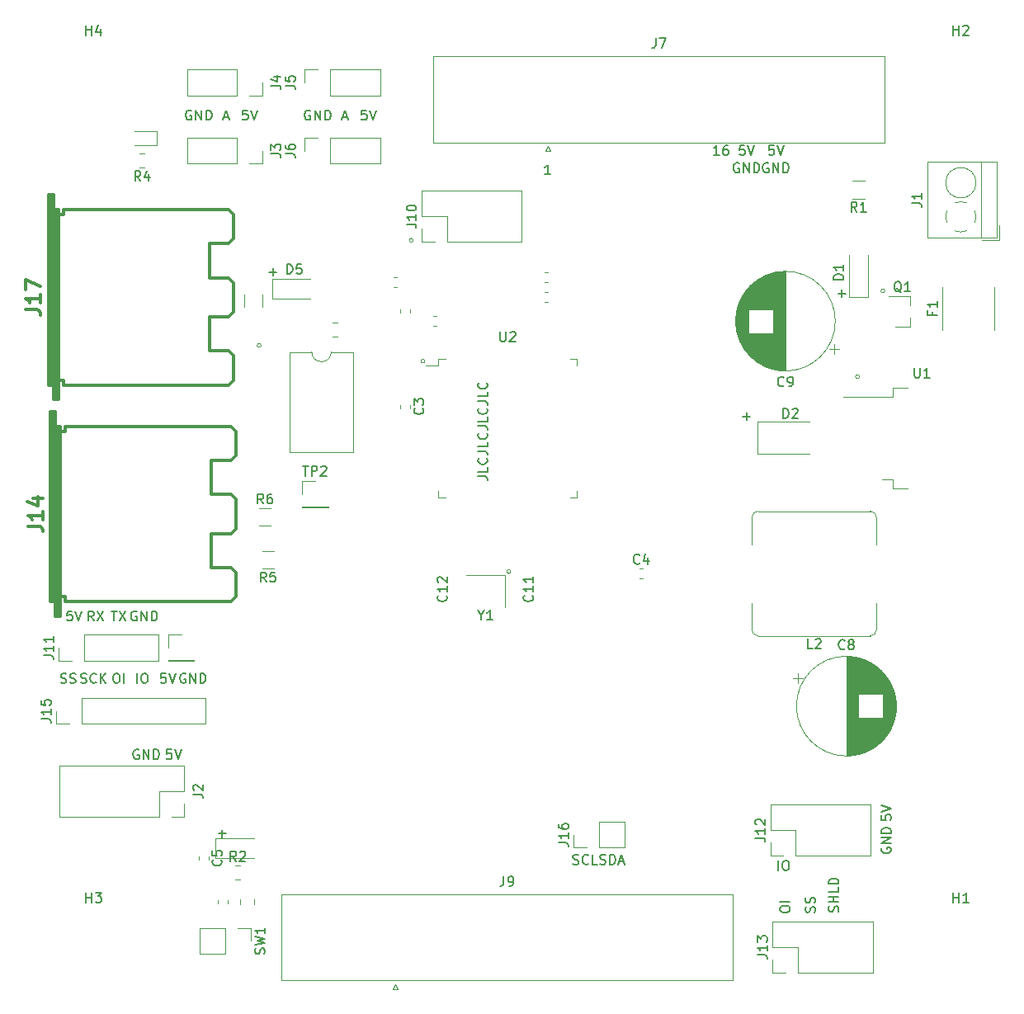
<source format=gbr>
G04 #@! TF.GenerationSoftware,KiCad,Pcbnew,(5.1.4-0-10_14)*
G04 #@! TF.CreationDate,2020-11-17T22:31:18+01:00*
G04 #@! TF.ProjectId,matrix_scanner,6d617472-6978-45f7-9363-616e6e65722e,rev?*
G04 #@! TF.SameCoordinates,Original*
G04 #@! TF.FileFunction,Legend,Top*
G04 #@! TF.FilePolarity,Positive*
%FSLAX46Y46*%
G04 Gerber Fmt 4.6, Leading zero omitted, Abs format (unit mm)*
G04 Created by KiCad (PCBNEW (5.1.4-0-10_14)) date 2020-11-17 22:31:18*
%MOMM*%
%LPD*%
G04 APERTURE LIST*
%ADD10C,0.150000*%
%ADD11C,0.120000*%
%ADD12C,0.304800*%
G04 APERTURE END LIST*
D10*
X56452380Y-57419047D02*
X57166666Y-57419047D01*
X57309523Y-57466666D01*
X57404761Y-57561904D01*
X57452380Y-57704761D01*
X57452380Y-57800000D01*
X57452380Y-56466666D02*
X57452380Y-56942857D01*
X56452380Y-56942857D01*
X57357142Y-55561904D02*
X57404761Y-55609523D01*
X57452380Y-55752380D01*
X57452380Y-55847619D01*
X57404761Y-55990476D01*
X57309523Y-56085714D01*
X57214285Y-56133333D01*
X57023809Y-56180952D01*
X56880952Y-56180952D01*
X56690476Y-56133333D01*
X56595238Y-56085714D01*
X56500000Y-55990476D01*
X56452380Y-55847619D01*
X56452380Y-55752380D01*
X56500000Y-55609523D01*
X56547619Y-55561904D01*
X56452380Y-54847619D02*
X57166666Y-54847619D01*
X57309523Y-54895238D01*
X57404761Y-54990476D01*
X57452380Y-55133333D01*
X57452380Y-55228571D01*
X57452380Y-53895238D02*
X57452380Y-54371428D01*
X56452380Y-54371428D01*
X57357142Y-52990476D02*
X57404761Y-53038095D01*
X57452380Y-53180952D01*
X57452380Y-53276190D01*
X57404761Y-53419047D01*
X57309523Y-53514285D01*
X57214285Y-53561904D01*
X57023809Y-53609523D01*
X56880952Y-53609523D01*
X56690476Y-53561904D01*
X56595238Y-53514285D01*
X56500000Y-53419047D01*
X56452380Y-53276190D01*
X56452380Y-53180952D01*
X56500000Y-53038095D01*
X56547619Y-52990476D01*
X56452380Y-52276190D02*
X57166666Y-52276190D01*
X57309523Y-52323809D01*
X57404761Y-52419047D01*
X57452380Y-52561904D01*
X57452380Y-52657142D01*
X57452380Y-51323809D02*
X57452380Y-51800000D01*
X56452380Y-51800000D01*
X57357142Y-50419047D02*
X57404761Y-50466666D01*
X57452380Y-50609523D01*
X57452380Y-50704761D01*
X57404761Y-50847619D01*
X57309523Y-50942857D01*
X57214285Y-50990476D01*
X57023809Y-51038095D01*
X56880952Y-51038095D01*
X56690476Y-50990476D01*
X56595238Y-50942857D01*
X56500000Y-50847619D01*
X56452380Y-50704761D01*
X56452380Y-50609523D01*
X56500000Y-50466666D01*
X56547619Y-50419047D01*
X56452380Y-49704761D02*
X57166666Y-49704761D01*
X57309523Y-49752380D01*
X57404761Y-49847619D01*
X57452380Y-49990476D01*
X57452380Y-50085714D01*
X57452380Y-48752380D02*
X57452380Y-49228571D01*
X56452380Y-49228571D01*
X57357142Y-47847619D02*
X57404761Y-47895238D01*
X57452380Y-48038095D01*
X57452380Y-48133333D01*
X57404761Y-48276190D01*
X57309523Y-48371428D01*
X57214285Y-48419047D01*
X57023809Y-48466666D01*
X56880952Y-48466666D01*
X56690476Y-48419047D01*
X56595238Y-48371428D01*
X56500000Y-48276190D01*
X56452380Y-48133333D01*
X56452380Y-48038095D01*
X56500000Y-47895238D01*
X56547619Y-47847619D01*
D11*
X59800000Y-67200000D02*
G75*
G03X59800000Y-67200000I-200000J0D01*
G01*
X49800000Y-33200000D02*
G75*
G03X49800000Y-33200000I-200000J0D01*
G01*
D10*
X81209523Y-24452380D02*
X80638095Y-24452380D01*
X80923809Y-24452380D02*
X80923809Y-23452380D01*
X80828571Y-23595238D01*
X80733333Y-23690476D01*
X80638095Y-23738095D01*
X82066666Y-23452380D02*
X81876190Y-23452380D01*
X81780952Y-23500000D01*
X81733333Y-23547619D01*
X81638095Y-23690476D01*
X81590476Y-23880952D01*
X81590476Y-24261904D01*
X81638095Y-24357142D01*
X81685714Y-24404761D01*
X81780952Y-24452380D01*
X81971428Y-24452380D01*
X82066666Y-24404761D01*
X82114285Y-24357142D01*
X82161904Y-24261904D01*
X82161904Y-24023809D01*
X82114285Y-23928571D01*
X82066666Y-23880952D01*
X81971428Y-23833333D01*
X81780952Y-23833333D01*
X81685714Y-23880952D01*
X81638095Y-23928571D01*
X81590476Y-24023809D01*
X86238095Y-25300000D02*
X86142857Y-25252380D01*
X86000000Y-25252380D01*
X85857142Y-25300000D01*
X85761904Y-25395238D01*
X85714285Y-25490476D01*
X85666666Y-25680952D01*
X85666666Y-25823809D01*
X85714285Y-26014285D01*
X85761904Y-26109523D01*
X85857142Y-26204761D01*
X86000000Y-26252380D01*
X86095238Y-26252380D01*
X86238095Y-26204761D01*
X86285714Y-26157142D01*
X86285714Y-25823809D01*
X86095238Y-25823809D01*
X86714285Y-26252380D02*
X86714285Y-25252380D01*
X87285714Y-26252380D01*
X87285714Y-25252380D01*
X87761904Y-26252380D02*
X87761904Y-25252380D01*
X88000000Y-25252380D01*
X88142857Y-25300000D01*
X88238095Y-25395238D01*
X88285714Y-25490476D01*
X88333333Y-25680952D01*
X88333333Y-25823809D01*
X88285714Y-26014285D01*
X88238095Y-26109523D01*
X88142857Y-26204761D01*
X88000000Y-26252380D01*
X87761904Y-26252380D01*
X86809523Y-23452380D02*
X86333333Y-23452380D01*
X86285714Y-23928571D01*
X86333333Y-23880952D01*
X86428571Y-23833333D01*
X86666666Y-23833333D01*
X86761904Y-23880952D01*
X86809523Y-23928571D01*
X86857142Y-24023809D01*
X86857142Y-24261904D01*
X86809523Y-24357142D01*
X86761904Y-24404761D01*
X86666666Y-24452380D01*
X86428571Y-24452380D01*
X86333333Y-24404761D01*
X86285714Y-24357142D01*
X87142857Y-23452380D02*
X87476190Y-24452380D01*
X87809523Y-23452380D01*
X83238095Y-25300000D02*
X83142857Y-25252380D01*
X83000000Y-25252380D01*
X82857142Y-25300000D01*
X82761904Y-25395238D01*
X82714285Y-25490476D01*
X82666666Y-25680952D01*
X82666666Y-25823809D01*
X82714285Y-26014285D01*
X82761904Y-26109523D01*
X82857142Y-26204761D01*
X83000000Y-26252380D01*
X83095238Y-26252380D01*
X83238095Y-26204761D01*
X83285714Y-26157142D01*
X83285714Y-25823809D01*
X83095238Y-25823809D01*
X83714285Y-26252380D02*
X83714285Y-25252380D01*
X84285714Y-26252380D01*
X84285714Y-25252380D01*
X84761904Y-26252380D02*
X84761904Y-25252380D01*
X85000000Y-25252380D01*
X85142857Y-25300000D01*
X85238095Y-25395238D01*
X85285714Y-25490476D01*
X85333333Y-25680952D01*
X85333333Y-25823809D01*
X85285714Y-26014285D01*
X85238095Y-26109523D01*
X85142857Y-26204761D01*
X85000000Y-26252380D01*
X84761904Y-26252380D01*
X83809523Y-23452380D02*
X83333333Y-23452380D01*
X83285714Y-23928571D01*
X83333333Y-23880952D01*
X83428571Y-23833333D01*
X83666666Y-23833333D01*
X83761904Y-23880952D01*
X83809523Y-23928571D01*
X83857142Y-24023809D01*
X83857142Y-24261904D01*
X83809523Y-24357142D01*
X83761904Y-24404761D01*
X83666666Y-24452380D01*
X83428571Y-24452380D01*
X83333333Y-24404761D01*
X83285714Y-24357142D01*
X84142857Y-23452380D02*
X84476190Y-24452380D01*
X84809523Y-23452380D01*
X63885714Y-26452380D02*
X63314285Y-26452380D01*
X63600000Y-26452380D02*
X63600000Y-25452380D01*
X63504761Y-25595238D01*
X63409523Y-25690476D01*
X63314285Y-25738095D01*
X45009523Y-19852380D02*
X44533333Y-19852380D01*
X44485714Y-20328571D01*
X44533333Y-20280952D01*
X44628571Y-20233333D01*
X44866666Y-20233333D01*
X44961904Y-20280952D01*
X45009523Y-20328571D01*
X45057142Y-20423809D01*
X45057142Y-20661904D01*
X45009523Y-20757142D01*
X44961904Y-20804761D01*
X44866666Y-20852380D01*
X44628571Y-20852380D01*
X44533333Y-20804761D01*
X44485714Y-20757142D01*
X45342857Y-19852380D02*
X45676190Y-20852380D01*
X46009523Y-19852380D01*
X39238095Y-19900000D02*
X39142857Y-19852380D01*
X39000000Y-19852380D01*
X38857142Y-19900000D01*
X38761904Y-19995238D01*
X38714285Y-20090476D01*
X38666666Y-20280952D01*
X38666666Y-20423809D01*
X38714285Y-20614285D01*
X38761904Y-20709523D01*
X38857142Y-20804761D01*
X39000000Y-20852380D01*
X39095238Y-20852380D01*
X39238095Y-20804761D01*
X39285714Y-20757142D01*
X39285714Y-20423809D01*
X39095238Y-20423809D01*
X39714285Y-20852380D02*
X39714285Y-19852380D01*
X40285714Y-20852380D01*
X40285714Y-19852380D01*
X40761904Y-20852380D02*
X40761904Y-19852380D01*
X41000000Y-19852380D01*
X41142857Y-19900000D01*
X41238095Y-19995238D01*
X41285714Y-20090476D01*
X41333333Y-20280952D01*
X41333333Y-20423809D01*
X41285714Y-20614285D01*
X41238095Y-20709523D01*
X41142857Y-20804761D01*
X41000000Y-20852380D01*
X40761904Y-20852380D01*
X42561904Y-20566666D02*
X43038095Y-20566666D01*
X42466666Y-20852380D02*
X42800000Y-19852380D01*
X43133333Y-20852380D01*
X30361904Y-20566666D02*
X30838095Y-20566666D01*
X30266666Y-20852380D02*
X30600000Y-19852380D01*
X30933333Y-20852380D01*
X32809523Y-19852380D02*
X32333333Y-19852380D01*
X32285714Y-20328571D01*
X32333333Y-20280952D01*
X32428571Y-20233333D01*
X32666666Y-20233333D01*
X32761904Y-20280952D01*
X32809523Y-20328571D01*
X32857142Y-20423809D01*
X32857142Y-20661904D01*
X32809523Y-20757142D01*
X32761904Y-20804761D01*
X32666666Y-20852380D01*
X32428571Y-20852380D01*
X32333333Y-20804761D01*
X32285714Y-20757142D01*
X33142857Y-19852380D02*
X33476190Y-20852380D01*
X33809523Y-19852380D01*
X27038095Y-19900000D02*
X26942857Y-19852380D01*
X26800000Y-19852380D01*
X26657142Y-19900000D01*
X26561904Y-19995238D01*
X26514285Y-20090476D01*
X26466666Y-20280952D01*
X26466666Y-20423809D01*
X26514285Y-20614285D01*
X26561904Y-20709523D01*
X26657142Y-20804761D01*
X26800000Y-20852380D01*
X26895238Y-20852380D01*
X27038095Y-20804761D01*
X27085714Y-20757142D01*
X27085714Y-20423809D01*
X26895238Y-20423809D01*
X27514285Y-20852380D02*
X27514285Y-19852380D01*
X28085714Y-20852380D01*
X28085714Y-19852380D01*
X28561904Y-20852380D02*
X28561904Y-19852380D01*
X28800000Y-19852380D01*
X28942857Y-19900000D01*
X29038095Y-19995238D01*
X29085714Y-20090476D01*
X29133333Y-20280952D01*
X29133333Y-20423809D01*
X29085714Y-20614285D01*
X29038095Y-20709523D01*
X28942857Y-20804761D01*
X28800000Y-20852380D01*
X28561904Y-20852380D01*
D11*
X34200000Y-44000000D02*
G75*
G03X34200000Y-44000000I-200000J0D01*
G01*
X95600000Y-47200000D02*
G75*
G03X95600000Y-47200000I-200000J0D01*
G01*
X98200000Y-38400000D02*
G75*
G03X98200000Y-38400000I-200000J0D01*
G01*
X51000000Y-45600000D02*
G75*
G03X51000000Y-45600000I-200000J0D01*
G01*
D10*
X83619047Y-51271428D02*
X84380952Y-51271428D01*
X84000000Y-51652380D02*
X84000000Y-50890476D01*
X29819047Y-94071428D02*
X30580952Y-94071428D01*
X30200000Y-94452380D02*
X30200000Y-93690476D01*
X93419047Y-38671428D02*
X94180952Y-38671428D01*
X93800000Y-39052380D02*
X93800000Y-38290476D01*
X35019047Y-36471428D02*
X35780952Y-36471428D01*
X35400000Y-36852380D02*
X35400000Y-36090476D01*
X97900000Y-95561904D02*
X97852380Y-95657142D01*
X97852380Y-95800000D01*
X97900000Y-95942857D01*
X97995238Y-96038095D01*
X98090476Y-96085714D01*
X98280952Y-96133333D01*
X98423809Y-96133333D01*
X98614285Y-96085714D01*
X98709523Y-96038095D01*
X98804761Y-95942857D01*
X98852380Y-95800000D01*
X98852380Y-95704761D01*
X98804761Y-95561904D01*
X98757142Y-95514285D01*
X98423809Y-95514285D01*
X98423809Y-95704761D01*
X98852380Y-95085714D02*
X97852380Y-95085714D01*
X98852380Y-94514285D01*
X97852380Y-94514285D01*
X98852380Y-94038095D02*
X97852380Y-94038095D01*
X97852380Y-93800000D01*
X97900000Y-93657142D01*
X97995238Y-93561904D01*
X98090476Y-93514285D01*
X98280952Y-93466666D01*
X98423809Y-93466666D01*
X98614285Y-93514285D01*
X98709523Y-93561904D01*
X98804761Y-93657142D01*
X98852380Y-93800000D01*
X98852380Y-94038095D01*
X97852380Y-92190476D02*
X97852380Y-92666666D01*
X98328571Y-92714285D01*
X98280952Y-92666666D01*
X98233333Y-92571428D01*
X98233333Y-92333333D01*
X98280952Y-92238095D01*
X98328571Y-92190476D01*
X98423809Y-92142857D01*
X98661904Y-92142857D01*
X98757142Y-92190476D01*
X98804761Y-92238095D01*
X98852380Y-92333333D01*
X98852380Y-92571428D01*
X98804761Y-92666666D01*
X98757142Y-92714285D01*
X97852380Y-91857142D02*
X98852380Y-91523809D01*
X97852380Y-91190476D01*
X87276190Y-97852380D02*
X87276190Y-96852380D01*
X87942857Y-96852380D02*
X88133333Y-96852380D01*
X88228571Y-96900000D01*
X88323809Y-96995238D01*
X88371428Y-97185714D01*
X88371428Y-97519047D01*
X88323809Y-97709523D01*
X88228571Y-97804761D01*
X88133333Y-97852380D01*
X87942857Y-97852380D01*
X87847619Y-97804761D01*
X87752380Y-97709523D01*
X87704761Y-97519047D01*
X87704761Y-97185714D01*
X87752380Y-96995238D01*
X87847619Y-96900000D01*
X87942857Y-96852380D01*
X93404761Y-102114285D02*
X93452380Y-101971428D01*
X93452380Y-101733333D01*
X93404761Y-101638095D01*
X93357142Y-101590476D01*
X93261904Y-101542857D01*
X93166666Y-101542857D01*
X93071428Y-101590476D01*
X93023809Y-101638095D01*
X92976190Y-101733333D01*
X92928571Y-101923809D01*
X92880952Y-102019047D01*
X92833333Y-102066666D01*
X92738095Y-102114285D01*
X92642857Y-102114285D01*
X92547619Y-102066666D01*
X92500000Y-102019047D01*
X92452380Y-101923809D01*
X92452380Y-101685714D01*
X92500000Y-101542857D01*
X93452380Y-101114285D02*
X92452380Y-101114285D01*
X92928571Y-101114285D02*
X92928571Y-100542857D01*
X93452380Y-100542857D02*
X92452380Y-100542857D01*
X93452380Y-99590476D02*
X93452380Y-100066666D01*
X92452380Y-100066666D01*
X93452380Y-99257142D02*
X92452380Y-99257142D01*
X92452380Y-99019047D01*
X92500000Y-98876190D01*
X92595238Y-98780952D01*
X92690476Y-98733333D01*
X92880952Y-98685714D01*
X93023809Y-98685714D01*
X93214285Y-98733333D01*
X93309523Y-98780952D01*
X93404761Y-98876190D01*
X93452380Y-99019047D01*
X93452380Y-99257142D01*
X91004761Y-102161904D02*
X91052380Y-102019047D01*
X91052380Y-101780952D01*
X91004761Y-101685714D01*
X90957142Y-101638095D01*
X90861904Y-101590476D01*
X90766666Y-101590476D01*
X90671428Y-101638095D01*
X90623809Y-101685714D01*
X90576190Y-101780952D01*
X90528571Y-101971428D01*
X90480952Y-102066666D01*
X90433333Y-102114285D01*
X90338095Y-102161904D01*
X90242857Y-102161904D01*
X90147619Y-102114285D01*
X90100000Y-102066666D01*
X90052380Y-101971428D01*
X90052380Y-101733333D01*
X90100000Y-101590476D01*
X91004761Y-101209523D02*
X91052380Y-101066666D01*
X91052380Y-100828571D01*
X91004761Y-100733333D01*
X90957142Y-100685714D01*
X90861904Y-100638095D01*
X90766666Y-100638095D01*
X90671428Y-100685714D01*
X90623809Y-100733333D01*
X90576190Y-100828571D01*
X90528571Y-101019047D01*
X90480952Y-101114285D01*
X90433333Y-101161904D01*
X90338095Y-101209523D01*
X90242857Y-101209523D01*
X90147619Y-101161904D01*
X90100000Y-101114285D01*
X90052380Y-101019047D01*
X90052380Y-100780952D01*
X90100000Y-100638095D01*
X87452380Y-101933333D02*
X87452380Y-101742857D01*
X87500000Y-101647619D01*
X87595238Y-101552380D01*
X87785714Y-101504761D01*
X88119047Y-101504761D01*
X88309523Y-101552380D01*
X88404761Y-101647619D01*
X88452380Y-101742857D01*
X88452380Y-101933333D01*
X88404761Y-102028571D01*
X88309523Y-102123809D01*
X88119047Y-102171428D01*
X87785714Y-102171428D01*
X87595238Y-102123809D01*
X87500000Y-102028571D01*
X87452380Y-101933333D01*
X88452380Y-101076190D02*
X87452380Y-101076190D01*
X68985714Y-97204761D02*
X69128571Y-97252380D01*
X69366666Y-97252380D01*
X69461904Y-97204761D01*
X69509523Y-97157142D01*
X69557142Y-97061904D01*
X69557142Y-96966666D01*
X69509523Y-96871428D01*
X69461904Y-96823809D01*
X69366666Y-96776190D01*
X69176190Y-96728571D01*
X69080952Y-96680952D01*
X69033333Y-96633333D01*
X68985714Y-96538095D01*
X68985714Y-96442857D01*
X69033333Y-96347619D01*
X69080952Y-96300000D01*
X69176190Y-96252380D01*
X69414285Y-96252380D01*
X69557142Y-96300000D01*
X69985714Y-97252380D02*
X69985714Y-96252380D01*
X70223809Y-96252380D01*
X70366666Y-96300000D01*
X70461904Y-96395238D01*
X70509523Y-96490476D01*
X70557142Y-96680952D01*
X70557142Y-96823809D01*
X70509523Y-97014285D01*
X70461904Y-97109523D01*
X70366666Y-97204761D01*
X70223809Y-97252380D01*
X69985714Y-97252380D01*
X70938095Y-96966666D02*
X71414285Y-96966666D01*
X70842857Y-97252380D02*
X71176190Y-96252380D01*
X71509523Y-97252380D01*
X66209523Y-97204761D02*
X66352380Y-97252380D01*
X66590476Y-97252380D01*
X66685714Y-97204761D01*
X66733333Y-97157142D01*
X66780952Y-97061904D01*
X66780952Y-96966666D01*
X66733333Y-96871428D01*
X66685714Y-96823809D01*
X66590476Y-96776190D01*
X66400000Y-96728571D01*
X66304761Y-96680952D01*
X66257142Y-96633333D01*
X66209523Y-96538095D01*
X66209523Y-96442857D01*
X66257142Y-96347619D01*
X66304761Y-96300000D01*
X66400000Y-96252380D01*
X66638095Y-96252380D01*
X66780952Y-96300000D01*
X67780952Y-97157142D02*
X67733333Y-97204761D01*
X67590476Y-97252380D01*
X67495238Y-97252380D01*
X67352380Y-97204761D01*
X67257142Y-97109523D01*
X67209523Y-97014285D01*
X67161904Y-96823809D01*
X67161904Y-96680952D01*
X67209523Y-96490476D01*
X67257142Y-96395238D01*
X67352380Y-96300000D01*
X67495238Y-96252380D01*
X67590476Y-96252380D01*
X67733333Y-96300000D01*
X67780952Y-96347619D01*
X68685714Y-97252380D02*
X68209523Y-97252380D01*
X68209523Y-96252380D01*
X21638095Y-85500000D02*
X21542857Y-85452380D01*
X21400000Y-85452380D01*
X21257142Y-85500000D01*
X21161904Y-85595238D01*
X21114285Y-85690476D01*
X21066666Y-85880952D01*
X21066666Y-86023809D01*
X21114285Y-86214285D01*
X21161904Y-86309523D01*
X21257142Y-86404761D01*
X21400000Y-86452380D01*
X21495238Y-86452380D01*
X21638095Y-86404761D01*
X21685714Y-86357142D01*
X21685714Y-86023809D01*
X21495238Y-86023809D01*
X22114285Y-86452380D02*
X22114285Y-85452380D01*
X22685714Y-86452380D01*
X22685714Y-85452380D01*
X23161904Y-86452380D02*
X23161904Y-85452380D01*
X23400000Y-85452380D01*
X23542857Y-85500000D01*
X23638095Y-85595238D01*
X23685714Y-85690476D01*
X23733333Y-85880952D01*
X23733333Y-86023809D01*
X23685714Y-86214285D01*
X23638095Y-86309523D01*
X23542857Y-86404761D01*
X23400000Y-86452380D01*
X23161904Y-86452380D01*
X25009523Y-85452380D02*
X24533333Y-85452380D01*
X24485714Y-85928571D01*
X24533333Y-85880952D01*
X24628571Y-85833333D01*
X24866666Y-85833333D01*
X24961904Y-85880952D01*
X25009523Y-85928571D01*
X25057142Y-86023809D01*
X25057142Y-86261904D01*
X25009523Y-86357142D01*
X24961904Y-86404761D01*
X24866666Y-86452380D01*
X24628571Y-86452380D01*
X24533333Y-86404761D01*
X24485714Y-86357142D01*
X25342857Y-85452380D02*
X25676190Y-86452380D01*
X26009523Y-85452380D01*
X21476190Y-78652380D02*
X21476190Y-77652380D01*
X22142857Y-77652380D02*
X22333333Y-77652380D01*
X22428571Y-77700000D01*
X22523809Y-77795238D01*
X22571428Y-77985714D01*
X22571428Y-78319047D01*
X22523809Y-78509523D01*
X22428571Y-78604761D01*
X22333333Y-78652380D01*
X22142857Y-78652380D01*
X22047619Y-78604761D01*
X21952380Y-78509523D01*
X21904761Y-78319047D01*
X21904761Y-77985714D01*
X21952380Y-77795238D01*
X22047619Y-77700000D01*
X22142857Y-77652380D01*
X19266666Y-77652380D02*
X19457142Y-77652380D01*
X19552380Y-77700000D01*
X19647619Y-77795238D01*
X19695238Y-77985714D01*
X19695238Y-78319047D01*
X19647619Y-78509523D01*
X19552380Y-78604761D01*
X19457142Y-78652380D01*
X19266666Y-78652380D01*
X19171428Y-78604761D01*
X19076190Y-78509523D01*
X19028571Y-78319047D01*
X19028571Y-77985714D01*
X19076190Y-77795238D01*
X19171428Y-77700000D01*
X19266666Y-77652380D01*
X20123809Y-78652380D02*
X20123809Y-77652380D01*
X13638095Y-78604761D02*
X13780952Y-78652380D01*
X14019047Y-78652380D01*
X14114285Y-78604761D01*
X14161904Y-78557142D01*
X14209523Y-78461904D01*
X14209523Y-78366666D01*
X14161904Y-78271428D01*
X14114285Y-78223809D01*
X14019047Y-78176190D01*
X13828571Y-78128571D01*
X13733333Y-78080952D01*
X13685714Y-78033333D01*
X13638095Y-77938095D01*
X13638095Y-77842857D01*
X13685714Y-77747619D01*
X13733333Y-77700000D01*
X13828571Y-77652380D01*
X14066666Y-77652380D01*
X14209523Y-77700000D01*
X14590476Y-78604761D02*
X14733333Y-78652380D01*
X14971428Y-78652380D01*
X15066666Y-78604761D01*
X15114285Y-78557142D01*
X15161904Y-78461904D01*
X15161904Y-78366666D01*
X15114285Y-78271428D01*
X15066666Y-78223809D01*
X14971428Y-78176190D01*
X14780952Y-78128571D01*
X14685714Y-78080952D01*
X14638095Y-78033333D01*
X14590476Y-77938095D01*
X14590476Y-77842857D01*
X14638095Y-77747619D01*
X14685714Y-77700000D01*
X14780952Y-77652380D01*
X15019047Y-77652380D01*
X15161904Y-77700000D01*
X15714285Y-78604761D02*
X15857142Y-78652380D01*
X16095238Y-78652380D01*
X16190476Y-78604761D01*
X16238095Y-78557142D01*
X16285714Y-78461904D01*
X16285714Y-78366666D01*
X16238095Y-78271428D01*
X16190476Y-78223809D01*
X16095238Y-78176190D01*
X15904761Y-78128571D01*
X15809523Y-78080952D01*
X15761904Y-78033333D01*
X15714285Y-77938095D01*
X15714285Y-77842857D01*
X15761904Y-77747619D01*
X15809523Y-77700000D01*
X15904761Y-77652380D01*
X16142857Y-77652380D01*
X16285714Y-77700000D01*
X17285714Y-78557142D02*
X17238095Y-78604761D01*
X17095238Y-78652380D01*
X17000000Y-78652380D01*
X16857142Y-78604761D01*
X16761904Y-78509523D01*
X16714285Y-78414285D01*
X16666666Y-78223809D01*
X16666666Y-78080952D01*
X16714285Y-77890476D01*
X16761904Y-77795238D01*
X16857142Y-77700000D01*
X17000000Y-77652380D01*
X17095238Y-77652380D01*
X17238095Y-77700000D01*
X17285714Y-77747619D01*
X17714285Y-78652380D02*
X17714285Y-77652380D01*
X18285714Y-78652380D02*
X17857142Y-78080952D01*
X18285714Y-77652380D02*
X17714285Y-78223809D01*
X24409523Y-77652380D02*
X23933333Y-77652380D01*
X23885714Y-78128571D01*
X23933333Y-78080952D01*
X24028571Y-78033333D01*
X24266666Y-78033333D01*
X24361904Y-78080952D01*
X24409523Y-78128571D01*
X24457142Y-78223809D01*
X24457142Y-78461904D01*
X24409523Y-78557142D01*
X24361904Y-78604761D01*
X24266666Y-78652380D01*
X24028571Y-78652380D01*
X23933333Y-78604761D01*
X23885714Y-78557142D01*
X24742857Y-77652380D02*
X25076190Y-78652380D01*
X25409523Y-77652380D01*
X26438095Y-77700000D02*
X26342857Y-77652380D01*
X26200000Y-77652380D01*
X26057142Y-77700000D01*
X25961904Y-77795238D01*
X25914285Y-77890476D01*
X25866666Y-78080952D01*
X25866666Y-78223809D01*
X25914285Y-78414285D01*
X25961904Y-78509523D01*
X26057142Y-78604761D01*
X26200000Y-78652380D01*
X26295238Y-78652380D01*
X26438095Y-78604761D01*
X26485714Y-78557142D01*
X26485714Y-78223809D01*
X26295238Y-78223809D01*
X26914285Y-78652380D02*
X26914285Y-77652380D01*
X27485714Y-78652380D01*
X27485714Y-77652380D01*
X27961904Y-78652380D02*
X27961904Y-77652380D01*
X28200000Y-77652380D01*
X28342857Y-77700000D01*
X28438095Y-77795238D01*
X28485714Y-77890476D01*
X28533333Y-78080952D01*
X28533333Y-78223809D01*
X28485714Y-78414285D01*
X28438095Y-78509523D01*
X28342857Y-78604761D01*
X28200000Y-78652380D01*
X27961904Y-78652380D01*
X14809523Y-71252380D02*
X14333333Y-71252380D01*
X14285714Y-71728571D01*
X14333333Y-71680952D01*
X14428571Y-71633333D01*
X14666666Y-71633333D01*
X14761904Y-71680952D01*
X14809523Y-71728571D01*
X14857142Y-71823809D01*
X14857142Y-72061904D01*
X14809523Y-72157142D01*
X14761904Y-72204761D01*
X14666666Y-72252380D01*
X14428571Y-72252380D01*
X14333333Y-72204761D01*
X14285714Y-72157142D01*
X15142857Y-71252380D02*
X15476190Y-72252380D01*
X15809523Y-71252380D01*
X21438095Y-71300000D02*
X21342857Y-71252380D01*
X21200000Y-71252380D01*
X21057142Y-71300000D01*
X20961904Y-71395238D01*
X20914285Y-71490476D01*
X20866666Y-71680952D01*
X20866666Y-71823809D01*
X20914285Y-72014285D01*
X20961904Y-72109523D01*
X21057142Y-72204761D01*
X21200000Y-72252380D01*
X21295238Y-72252380D01*
X21438095Y-72204761D01*
X21485714Y-72157142D01*
X21485714Y-71823809D01*
X21295238Y-71823809D01*
X21914285Y-72252380D02*
X21914285Y-71252380D01*
X22485714Y-72252380D01*
X22485714Y-71252380D01*
X22961904Y-72252380D02*
X22961904Y-71252380D01*
X23200000Y-71252380D01*
X23342857Y-71300000D01*
X23438095Y-71395238D01*
X23485714Y-71490476D01*
X23533333Y-71680952D01*
X23533333Y-71823809D01*
X23485714Y-72014285D01*
X23438095Y-72109523D01*
X23342857Y-72204761D01*
X23200000Y-72252380D01*
X22961904Y-72252380D01*
X18838095Y-71252380D02*
X19409523Y-71252380D01*
X19123809Y-72252380D02*
X19123809Y-71252380D01*
X19647619Y-71252380D02*
X20314285Y-72252380D01*
X20314285Y-71252380D02*
X19647619Y-72252380D01*
X17033333Y-72252380D02*
X16700000Y-71776190D01*
X16461904Y-72252380D02*
X16461904Y-71252380D01*
X16842857Y-71252380D01*
X16938095Y-71300000D01*
X16985714Y-71347619D01*
X17033333Y-71442857D01*
X17033333Y-71585714D01*
X16985714Y-71680952D01*
X16938095Y-71728571D01*
X16842857Y-71776190D01*
X16461904Y-71776190D01*
X17366666Y-71252380D02*
X18033333Y-72252380D01*
X18033333Y-71252380D02*
X17366666Y-72252380D01*
D11*
X85200000Y-73800000D02*
G75*
G02X84550000Y-73150000I0J650000D01*
G01*
X84550000Y-61650000D02*
G75*
G02X85200000Y-61000000I650000J0D01*
G01*
X96700000Y-61000000D02*
G75*
G02X97350000Y-61650000I0J-650000D01*
G01*
X97350000Y-73150000D02*
G75*
G02X96700000Y-73800000I-650000J0D01*
G01*
X84550000Y-64400000D02*
X84550000Y-61650000D01*
X97350000Y-64400000D02*
X97350000Y-61650000D01*
X84550000Y-73150000D02*
X84550000Y-70400000D01*
X85200000Y-61000000D02*
X96700000Y-61000000D01*
X97350000Y-73150000D02*
X97350000Y-70400000D01*
X96700000Y-73800000D02*
X85200000Y-73800000D01*
X96102064Y-27090000D02*
X94897936Y-27090000D01*
X96102064Y-28910000D02*
X94897936Y-28910000D01*
X38420000Y-57920000D02*
X39750000Y-57920000D01*
X38420000Y-59250000D02*
X38420000Y-57920000D01*
X38420000Y-60520000D02*
X41080000Y-60520000D01*
X41080000Y-60520000D02*
X41080000Y-60580000D01*
X38420000Y-60520000D02*
X38420000Y-60580000D01*
X38420000Y-60580000D02*
X41080000Y-60580000D01*
X24670000Y-73670000D02*
X26000000Y-73670000D01*
X24670000Y-75000000D02*
X24670000Y-73670000D01*
X24670000Y-76270000D02*
X27330000Y-76270000D01*
X27330000Y-76270000D02*
X27330000Y-76330000D01*
X24670000Y-76270000D02*
X24670000Y-76330000D01*
X24670000Y-76330000D02*
X27330000Y-76330000D01*
X43635000Y-44660000D02*
X41400000Y-44660000D01*
X43635000Y-54940000D02*
X43635000Y-44660000D01*
X37165000Y-54940000D02*
X43635000Y-54940000D01*
X37165000Y-44660000D02*
X37165000Y-54940000D01*
X39400000Y-44660000D02*
X37165000Y-44660000D01*
X41400000Y-44660000D02*
G75*
G02X39400000Y-44660000I-1000000J0D01*
G01*
X59250000Y-67600000D02*
X55250000Y-67600000D01*
X59250000Y-70900000D02*
X59250000Y-67600000D01*
X52390000Y-46090000D02*
X51100000Y-46090000D01*
X66610000Y-59610000D02*
X66610000Y-58910000D01*
X65910000Y-59610000D02*
X66610000Y-59610000D01*
X52390000Y-59610000D02*
X52390000Y-58910000D01*
X53090000Y-59610000D02*
X52390000Y-59610000D01*
X66610000Y-45390000D02*
X66610000Y-46090000D01*
X65910000Y-45390000D02*
X66610000Y-45390000D01*
X52390000Y-45390000D02*
X52390000Y-46090000D01*
X53090000Y-45390000D02*
X52390000Y-45390000D01*
X99050000Y-57750000D02*
X97950000Y-57750000D01*
X99050000Y-58700000D02*
X99050000Y-57750000D01*
X100550000Y-58700000D02*
X99050000Y-58700000D01*
X99050000Y-49250000D02*
X93925000Y-49250000D01*
X99050000Y-48300000D02*
X99050000Y-49250000D01*
X100550000Y-48300000D02*
X99050000Y-48300000D01*
X33130000Y-103770000D02*
X33130000Y-105100000D01*
X31800000Y-103770000D02*
X33130000Y-103770000D01*
X30530000Y-103770000D02*
X30530000Y-106430000D01*
X30530000Y-106430000D02*
X27930000Y-106430000D01*
X30530000Y-103770000D02*
X27930000Y-103770000D01*
X27930000Y-103770000D02*
X27930000Y-106430000D01*
X42058578Y-41690000D02*
X41541422Y-41690000D01*
X42058578Y-43110000D02*
X41541422Y-43110000D01*
X34310000Y-40002064D02*
X34310000Y-38797936D01*
X32490000Y-40002064D02*
X32490000Y-38797936D01*
X33997936Y-62510000D02*
X35202064Y-62510000D01*
X33997936Y-60690000D02*
X35202064Y-60690000D01*
X35502064Y-65090000D02*
X34297936Y-65090000D01*
X35502064Y-66910000D02*
X34297936Y-66910000D01*
X22258578Y-24290000D02*
X21741422Y-24290000D01*
X22258578Y-25710000D02*
X21741422Y-25710000D01*
X33510000Y-101358578D02*
X33510000Y-100841422D01*
X32090000Y-101358578D02*
X32090000Y-100841422D01*
X31541422Y-98810000D02*
X32058578Y-98810000D01*
X31541422Y-97390000D02*
X32058578Y-97390000D01*
X100760000Y-42080000D02*
X99300000Y-42080000D01*
X100760000Y-38920000D02*
X98600000Y-38920000D01*
X100760000Y-38920000D02*
X100760000Y-39850000D01*
X100760000Y-42080000D02*
X100760000Y-41150000D01*
D12*
X13401160Y-49550360D02*
X12900780Y-49550360D01*
X12400400Y-28549640D02*
X12900780Y-28549640D01*
X13899000Y-30551160D02*
X13401160Y-30551160D01*
X13401160Y-47548840D02*
X13899000Y-47548840D01*
X13899000Y-30050780D02*
X13899000Y-30551160D01*
X13899000Y-48049220D02*
X13899000Y-47548840D01*
X13401160Y-30050780D02*
X13401160Y-49550360D01*
X12900780Y-30050780D02*
X13401160Y-30050780D01*
X12900780Y-28549640D02*
X12900780Y-30050780D01*
X12400400Y-48049220D02*
X12400400Y-28549640D01*
X12900780Y-48049220D02*
X12400400Y-48049220D01*
X12900780Y-49550360D02*
X12900780Y-48049220D01*
X30899220Y-41048980D02*
X28900240Y-41048980D01*
X31399600Y-40551140D02*
X30899220Y-41048980D01*
X31399600Y-37548860D02*
X31399600Y-40551140D01*
X30899220Y-37051020D02*
X28900240Y-37051020D01*
X31399600Y-37548860D02*
X30899220Y-37051020D01*
X28900240Y-44549100D02*
X28900240Y-41048980D01*
X30899220Y-44549100D02*
X28900240Y-44549100D01*
X31399600Y-45049480D02*
X30899220Y-44549100D01*
X31399600Y-45549860D02*
X31399600Y-45049480D01*
X31399600Y-47548840D02*
X31399600Y-45549860D01*
X30899220Y-48049220D02*
X31399600Y-47548840D01*
X30899220Y-48049220D02*
X13899000Y-48049220D01*
X28900240Y-33550900D02*
X28900240Y-37051020D01*
X30899220Y-33550900D02*
X28900240Y-33550900D01*
X31399600Y-33050520D02*
X30899220Y-33550900D01*
X31399600Y-30551160D02*
X31399600Y-33050520D01*
X30899220Y-30050780D02*
X31399600Y-30551160D01*
X30899220Y-30050780D02*
X13899000Y-30050780D01*
X12649320Y-28549640D02*
X12649320Y-48049220D01*
X12900780Y-48049220D02*
X12900780Y-30050780D01*
X13149700Y-30050780D02*
X13149700Y-49550360D01*
D11*
X66270000Y-95530000D02*
X66270000Y-94200000D01*
X67600000Y-95530000D02*
X66270000Y-95530000D01*
X68870000Y-95530000D02*
X68870000Y-92870000D01*
X68870000Y-92870000D02*
X71470000Y-92870000D01*
X68870000Y-95530000D02*
X71470000Y-95530000D01*
X71470000Y-95530000D02*
X71470000Y-92870000D01*
X13170000Y-82830000D02*
X13170000Y-81500000D01*
X14500000Y-82830000D02*
X13170000Y-82830000D01*
X15770000Y-82830000D02*
X15770000Y-80170000D01*
X15770000Y-80170000D02*
X28530000Y-80170000D01*
X15770000Y-82830000D02*
X28530000Y-82830000D01*
X28530000Y-82830000D02*
X28530000Y-80170000D01*
D12*
X13601160Y-71800360D02*
X13100780Y-71800360D01*
X12600400Y-50799640D02*
X13100780Y-50799640D01*
X14099000Y-52801160D02*
X13601160Y-52801160D01*
X13601160Y-69798840D02*
X14099000Y-69798840D01*
X14099000Y-52300780D02*
X14099000Y-52801160D01*
X14099000Y-70299220D02*
X14099000Y-69798840D01*
X13601160Y-52300780D02*
X13601160Y-71800360D01*
X13100780Y-52300780D02*
X13601160Y-52300780D01*
X13100780Y-50799640D02*
X13100780Y-52300780D01*
X12600400Y-70299220D02*
X12600400Y-50799640D01*
X13100780Y-70299220D02*
X12600400Y-70299220D01*
X13100780Y-71800360D02*
X13100780Y-70299220D01*
X31099220Y-63298980D02*
X29100240Y-63298980D01*
X31599600Y-62801140D02*
X31099220Y-63298980D01*
X31599600Y-59798860D02*
X31599600Y-62801140D01*
X31099220Y-59301020D02*
X29100240Y-59301020D01*
X31599600Y-59798860D02*
X31099220Y-59301020D01*
X29100240Y-66799100D02*
X29100240Y-63298980D01*
X31099220Y-66799100D02*
X29100240Y-66799100D01*
X31599600Y-67299480D02*
X31099220Y-66799100D01*
X31599600Y-67799860D02*
X31599600Y-67299480D01*
X31599600Y-69798840D02*
X31599600Y-67799860D01*
X31099220Y-70299220D02*
X31599600Y-69798840D01*
X31099220Y-70299220D02*
X14099000Y-70299220D01*
X29100240Y-55800900D02*
X29100240Y-59301020D01*
X31099220Y-55800900D02*
X29100240Y-55800900D01*
X31599600Y-55300520D02*
X31099220Y-55800900D01*
X31599600Y-52801160D02*
X31599600Y-55300520D01*
X31099220Y-52300780D02*
X31599600Y-52801160D01*
X31099220Y-52300780D02*
X14099000Y-52300780D01*
X12849320Y-50799640D02*
X12849320Y-70299220D01*
X13100780Y-70299220D02*
X13100780Y-52300780D01*
X13349700Y-52300780D02*
X13349700Y-71800360D01*
D11*
X86670000Y-108330000D02*
X86670000Y-107000000D01*
X88000000Y-108330000D02*
X86670000Y-108330000D01*
X86670000Y-105730000D02*
X86670000Y-103130000D01*
X89270000Y-105730000D02*
X86670000Y-105730000D01*
X89270000Y-108330000D02*
X89270000Y-105730000D01*
X86670000Y-103130000D02*
X96950000Y-103130000D01*
X89270000Y-108330000D02*
X96950000Y-108330000D01*
X96950000Y-108330000D02*
X96950000Y-103130000D01*
X86470000Y-96330000D02*
X86470000Y-95000000D01*
X87800000Y-96330000D02*
X86470000Y-96330000D01*
X86470000Y-93730000D02*
X86470000Y-91130000D01*
X89070000Y-93730000D02*
X86470000Y-93730000D01*
X89070000Y-96330000D02*
X89070000Y-93730000D01*
X86470000Y-91130000D02*
X96750000Y-91130000D01*
X89070000Y-96330000D02*
X96750000Y-96330000D01*
X96750000Y-96330000D02*
X96750000Y-91130000D01*
X13420000Y-76330000D02*
X13420000Y-75000000D01*
X14750000Y-76330000D02*
X13420000Y-76330000D01*
X16020000Y-76330000D02*
X16020000Y-73670000D01*
X16020000Y-73670000D02*
X23700000Y-73670000D01*
X16020000Y-76330000D02*
X23700000Y-76330000D01*
X23700000Y-76330000D02*
X23700000Y-73670000D01*
X50670000Y-33330000D02*
X50670000Y-32000000D01*
X52000000Y-33330000D02*
X50670000Y-33330000D01*
X50670000Y-30730000D02*
X50670000Y-28130000D01*
X53270000Y-30730000D02*
X50670000Y-30730000D01*
X53270000Y-33330000D02*
X53270000Y-30730000D01*
X50670000Y-28130000D02*
X60950000Y-28130000D01*
X53270000Y-33330000D02*
X60950000Y-33330000D01*
X60950000Y-33330000D02*
X60950000Y-28130000D01*
X82600000Y-109170000D02*
X36260000Y-109170000D01*
X82600000Y-109170000D02*
X82600000Y-100290000D01*
X36260000Y-100290000D02*
X36260000Y-109170000D01*
X36260000Y-100290000D02*
X82600000Y-100290000D01*
X48000000Y-109556000D02*
X47746000Y-110064000D01*
X47746000Y-110064000D02*
X48254000Y-110064000D01*
X48254000Y-110064000D02*
X48000000Y-109556000D01*
X98200000Y-23170000D02*
X51860000Y-23170000D01*
X98200000Y-23170000D02*
X98200000Y-14290000D01*
X51860000Y-14290000D02*
X51860000Y-23170000D01*
X51860000Y-14290000D02*
X98200000Y-14290000D01*
X63600000Y-23556000D02*
X63346000Y-24064000D01*
X63346000Y-24064000D02*
X63854000Y-24064000D01*
X63854000Y-24064000D02*
X63600000Y-23556000D01*
X38670000Y-24000000D02*
X38670000Y-22670000D01*
X38670000Y-22670000D02*
X40000000Y-22670000D01*
X41270000Y-22670000D02*
X46410000Y-22670000D01*
X46410000Y-25330000D02*
X46410000Y-22670000D01*
X41270000Y-25330000D02*
X46410000Y-25330000D01*
X41270000Y-25330000D02*
X41270000Y-22670000D01*
X38670000Y-17000000D02*
X38670000Y-15670000D01*
X38670000Y-15670000D02*
X40000000Y-15670000D01*
X41270000Y-15670000D02*
X46410000Y-15670000D01*
X46410000Y-18330000D02*
X46410000Y-15670000D01*
X41270000Y-18330000D02*
X46410000Y-18330000D01*
X41270000Y-18330000D02*
X41270000Y-15670000D01*
X34330000Y-17000000D02*
X34330000Y-18330000D01*
X34330000Y-18330000D02*
X33000000Y-18330000D01*
X31730000Y-18330000D02*
X26590000Y-18330000D01*
X26590000Y-15670000D02*
X26590000Y-18330000D01*
X31730000Y-15670000D02*
X26590000Y-15670000D01*
X31730000Y-15670000D02*
X31730000Y-18330000D01*
X34330000Y-24000000D02*
X34330000Y-25330000D01*
X34330000Y-25330000D02*
X33000000Y-25330000D01*
X31730000Y-25330000D02*
X26590000Y-25330000D01*
X26590000Y-22670000D02*
X26590000Y-25330000D01*
X31730000Y-22670000D02*
X26590000Y-22670000D01*
X31730000Y-22670000D02*
X31730000Y-25330000D01*
X26330000Y-91000000D02*
X26330000Y-92330000D01*
X26330000Y-92330000D02*
X25000000Y-92330000D01*
X26330000Y-89730000D02*
X23730000Y-89730000D01*
X23730000Y-89730000D02*
X23730000Y-92330000D01*
X23730000Y-92330000D02*
X13510000Y-92330000D01*
X13510000Y-87130000D02*
X13510000Y-92330000D01*
X26330000Y-87130000D02*
X13510000Y-87130000D01*
X26330000Y-87130000D02*
X26330000Y-89730000D01*
X109900000Y-33200000D02*
X109900000Y-31700000D01*
X108160000Y-33200000D02*
X109900000Y-33200000D01*
X102540000Y-25140000D02*
X109660000Y-25140000D01*
X102540000Y-32960000D02*
X109660000Y-32960000D01*
X109660000Y-32960000D02*
X109660000Y-25140000D01*
X102540000Y-32960000D02*
X102540000Y-25140000D01*
X108100000Y-32960000D02*
X108100000Y-25140000D01*
X107555000Y-27300000D02*
G75*
G03X107555000Y-27300000I-1555000J0D01*
G01*
X107555492Y-30772989D02*
G75*
G02X107432000Y-31408000I-1555492J-27011D01*
G01*
X106607742Y-32232109D02*
G75*
G02X105392000Y-32232000I-607742J1432109D01*
G01*
X104567891Y-31407742D02*
G75*
G02X104568000Y-30192000I1432109J607742D01*
G01*
X105392258Y-29367891D02*
G75*
G02X106608000Y-29368000I607742J-1432109D01*
G01*
X107431385Y-30192413D02*
G75*
G02X107555000Y-30800000I-1431385J-607587D01*
G01*
X109470000Y-42403752D02*
X109470000Y-37996248D01*
X104130000Y-42403752D02*
X104130000Y-37996248D01*
X35350000Y-37200000D02*
X39250000Y-37200000D01*
X35350000Y-39200000D02*
X39250000Y-39200000D01*
X35350000Y-37200000D02*
X35350000Y-39200000D01*
X23485000Y-22015000D02*
X21200000Y-22015000D01*
X23485000Y-23485000D02*
X23485000Y-22015000D01*
X21200000Y-23485000D02*
X23485000Y-23485000D01*
X29550000Y-94600000D02*
X33450000Y-94600000D01*
X29550000Y-96600000D02*
X33450000Y-96600000D01*
X29550000Y-94600000D02*
X29550000Y-96600000D01*
X85100000Y-51850000D02*
X90500000Y-51850000D01*
X85100000Y-55150000D02*
X90500000Y-55150000D01*
X85100000Y-51850000D02*
X85100000Y-55150000D01*
X96500000Y-39050000D02*
X96500000Y-34750000D01*
X94500000Y-39050000D02*
X96500000Y-39050000D01*
X94500000Y-34750000D02*
X94500000Y-39050000D01*
X52171267Y-40990000D02*
X51828733Y-40990000D01*
X52171267Y-42010000D02*
X51828733Y-42010000D01*
X29790000Y-100928733D02*
X29790000Y-101271267D01*
X30810000Y-100928733D02*
X30810000Y-101271267D01*
X92979646Y-44875000D02*
X92979646Y-43875000D01*
X93479646Y-44375000D02*
X92479646Y-44375000D01*
X82919000Y-42099000D02*
X82919000Y-40901000D01*
X82959000Y-42362000D02*
X82959000Y-40638000D01*
X82999000Y-42562000D02*
X82999000Y-40438000D01*
X83039000Y-42730000D02*
X83039000Y-40270000D01*
X83079000Y-42878000D02*
X83079000Y-40122000D01*
X83119000Y-43010000D02*
X83119000Y-39990000D01*
X83159000Y-43130000D02*
X83159000Y-39870000D01*
X83199000Y-43242000D02*
X83199000Y-39758000D01*
X83239000Y-43346000D02*
X83239000Y-39654000D01*
X83279000Y-43444000D02*
X83279000Y-39556000D01*
X83319000Y-43537000D02*
X83319000Y-39463000D01*
X83359000Y-43625000D02*
X83359000Y-39375000D01*
X83399000Y-43709000D02*
X83399000Y-39291000D01*
X83439000Y-43789000D02*
X83439000Y-39211000D01*
X83479000Y-43865000D02*
X83479000Y-39135000D01*
X83519000Y-43939000D02*
X83519000Y-39061000D01*
X83559000Y-44010000D02*
X83559000Y-38990000D01*
X83599000Y-44079000D02*
X83599000Y-38921000D01*
X83639000Y-44145000D02*
X83639000Y-38855000D01*
X83679000Y-44209000D02*
X83679000Y-38791000D01*
X83719000Y-44270000D02*
X83719000Y-38730000D01*
X83759000Y-44330000D02*
X83759000Y-38670000D01*
X83799000Y-44389000D02*
X83799000Y-38611000D01*
X83839000Y-44445000D02*
X83839000Y-38555000D01*
X83879000Y-44500000D02*
X83879000Y-38500000D01*
X83919000Y-44554000D02*
X83919000Y-38446000D01*
X83959000Y-44606000D02*
X83959000Y-38394000D01*
X83999000Y-44656000D02*
X83999000Y-38344000D01*
X84039000Y-44706000D02*
X84039000Y-38294000D01*
X84079000Y-44754000D02*
X84079000Y-38246000D01*
X84119000Y-44801000D02*
X84119000Y-38199000D01*
X84159000Y-44847000D02*
X84159000Y-38153000D01*
X84199000Y-44892000D02*
X84199000Y-38108000D01*
X84239000Y-44936000D02*
X84239000Y-38064000D01*
X84279000Y-40259000D02*
X84279000Y-38022000D01*
X84279000Y-44978000D02*
X84279000Y-42741000D01*
X84319000Y-40259000D02*
X84319000Y-37980000D01*
X84319000Y-45020000D02*
X84319000Y-42741000D01*
X84359000Y-40259000D02*
X84359000Y-37939000D01*
X84359000Y-45061000D02*
X84359000Y-42741000D01*
X84399000Y-40259000D02*
X84399000Y-37899000D01*
X84399000Y-45101000D02*
X84399000Y-42741000D01*
X84439000Y-40259000D02*
X84439000Y-37860000D01*
X84439000Y-45140000D02*
X84439000Y-42741000D01*
X84479000Y-40259000D02*
X84479000Y-37821000D01*
X84479000Y-45179000D02*
X84479000Y-42741000D01*
X84519000Y-40259000D02*
X84519000Y-37784000D01*
X84519000Y-45216000D02*
X84519000Y-42741000D01*
X84559000Y-40259000D02*
X84559000Y-37747000D01*
X84559000Y-45253000D02*
X84559000Y-42741000D01*
X84599000Y-40259000D02*
X84599000Y-37711000D01*
X84599000Y-45289000D02*
X84599000Y-42741000D01*
X84639000Y-40259000D02*
X84639000Y-37676000D01*
X84639000Y-45324000D02*
X84639000Y-42741000D01*
X84679000Y-40259000D02*
X84679000Y-37642000D01*
X84679000Y-45358000D02*
X84679000Y-42741000D01*
X84719000Y-40259000D02*
X84719000Y-37608000D01*
X84719000Y-45392000D02*
X84719000Y-42741000D01*
X84759000Y-40259000D02*
X84759000Y-37575000D01*
X84759000Y-45425000D02*
X84759000Y-42741000D01*
X84799000Y-40259000D02*
X84799000Y-37543000D01*
X84799000Y-45457000D02*
X84799000Y-42741000D01*
X84839000Y-40259000D02*
X84839000Y-37511000D01*
X84839000Y-45489000D02*
X84839000Y-42741000D01*
X84879000Y-40259000D02*
X84879000Y-37480000D01*
X84879000Y-45520000D02*
X84879000Y-42741000D01*
X84919000Y-40259000D02*
X84919000Y-37450000D01*
X84919000Y-45550000D02*
X84919000Y-42741000D01*
X84959000Y-40259000D02*
X84959000Y-37420000D01*
X84959000Y-45580000D02*
X84959000Y-42741000D01*
X84999000Y-40259000D02*
X84999000Y-37390000D01*
X84999000Y-45610000D02*
X84999000Y-42741000D01*
X85039000Y-40259000D02*
X85039000Y-37362000D01*
X85039000Y-45638000D02*
X85039000Y-42741000D01*
X85079000Y-40259000D02*
X85079000Y-37334000D01*
X85079000Y-45666000D02*
X85079000Y-42741000D01*
X85119000Y-40259000D02*
X85119000Y-37306000D01*
X85119000Y-45694000D02*
X85119000Y-42741000D01*
X85159000Y-40259000D02*
X85159000Y-37279000D01*
X85159000Y-45721000D02*
X85159000Y-42741000D01*
X85199000Y-40259000D02*
X85199000Y-37253000D01*
X85199000Y-45747000D02*
X85199000Y-42741000D01*
X85239000Y-40259000D02*
X85239000Y-37227000D01*
X85239000Y-45773000D02*
X85239000Y-42741000D01*
X85279000Y-40259000D02*
X85279000Y-37202000D01*
X85279000Y-45798000D02*
X85279000Y-42741000D01*
X85319000Y-40259000D02*
X85319000Y-37177000D01*
X85319000Y-45823000D02*
X85319000Y-42741000D01*
X85359000Y-40259000D02*
X85359000Y-37153000D01*
X85359000Y-45847000D02*
X85359000Y-42741000D01*
X85399000Y-40259000D02*
X85399000Y-37129000D01*
X85399000Y-45871000D02*
X85399000Y-42741000D01*
X85439000Y-40259000D02*
X85439000Y-37105000D01*
X85439000Y-45895000D02*
X85439000Y-42741000D01*
X85479000Y-40259000D02*
X85479000Y-37083000D01*
X85479000Y-45917000D02*
X85479000Y-42741000D01*
X85519000Y-40259000D02*
X85519000Y-37060000D01*
X85519000Y-45940000D02*
X85519000Y-42741000D01*
X85559000Y-40259000D02*
X85559000Y-37038000D01*
X85559000Y-45962000D02*
X85559000Y-42741000D01*
X85599000Y-40259000D02*
X85599000Y-37017000D01*
X85599000Y-45983000D02*
X85599000Y-42741000D01*
X85639000Y-40259000D02*
X85639000Y-36996000D01*
X85639000Y-46004000D02*
X85639000Y-42741000D01*
X85679000Y-40259000D02*
X85679000Y-36975000D01*
X85679000Y-46025000D02*
X85679000Y-42741000D01*
X85719000Y-40259000D02*
X85719000Y-36955000D01*
X85719000Y-46045000D02*
X85719000Y-42741000D01*
X85759000Y-40259000D02*
X85759000Y-36936000D01*
X85759000Y-46064000D02*
X85759000Y-42741000D01*
X85799000Y-40259000D02*
X85799000Y-36916000D01*
X85799000Y-46084000D02*
X85799000Y-42741000D01*
X85839000Y-40259000D02*
X85839000Y-36897000D01*
X85839000Y-46103000D02*
X85839000Y-42741000D01*
X85879000Y-40259000D02*
X85879000Y-36879000D01*
X85879000Y-46121000D02*
X85879000Y-42741000D01*
X85919000Y-40259000D02*
X85919000Y-36861000D01*
X85919000Y-46139000D02*
X85919000Y-42741000D01*
X85959000Y-40259000D02*
X85959000Y-36843000D01*
X85959000Y-46157000D02*
X85959000Y-42741000D01*
X85999000Y-40259000D02*
X85999000Y-36826000D01*
X85999000Y-46174000D02*
X85999000Y-42741000D01*
X86039000Y-40259000D02*
X86039000Y-36810000D01*
X86039000Y-46190000D02*
X86039000Y-42741000D01*
X86079000Y-40259000D02*
X86079000Y-36793000D01*
X86079000Y-46207000D02*
X86079000Y-42741000D01*
X86119000Y-40259000D02*
X86119000Y-36777000D01*
X86119000Y-46223000D02*
X86119000Y-42741000D01*
X86159000Y-40259000D02*
X86159000Y-36762000D01*
X86159000Y-46238000D02*
X86159000Y-42741000D01*
X86199000Y-40259000D02*
X86199000Y-36746000D01*
X86199000Y-46254000D02*
X86199000Y-42741000D01*
X86239000Y-40259000D02*
X86239000Y-36732000D01*
X86239000Y-46268000D02*
X86239000Y-42741000D01*
X86279000Y-40259000D02*
X86279000Y-36717000D01*
X86279000Y-46283000D02*
X86279000Y-42741000D01*
X86319000Y-40259000D02*
X86319000Y-36703000D01*
X86319000Y-46297000D02*
X86319000Y-42741000D01*
X86359000Y-40259000D02*
X86359000Y-36689000D01*
X86359000Y-46311000D02*
X86359000Y-42741000D01*
X86399000Y-40259000D02*
X86399000Y-36676000D01*
X86399000Y-46324000D02*
X86399000Y-42741000D01*
X86439000Y-40259000D02*
X86439000Y-36663000D01*
X86439000Y-46337000D02*
X86439000Y-42741000D01*
X86479000Y-40259000D02*
X86479000Y-36650000D01*
X86479000Y-46350000D02*
X86479000Y-42741000D01*
X86519000Y-40259000D02*
X86519000Y-36638000D01*
X86519000Y-46362000D02*
X86519000Y-42741000D01*
X86559000Y-40259000D02*
X86559000Y-36626000D01*
X86559000Y-46374000D02*
X86559000Y-42741000D01*
X86599000Y-40259000D02*
X86599000Y-36615000D01*
X86599000Y-46385000D02*
X86599000Y-42741000D01*
X86639000Y-40259000D02*
X86639000Y-36603000D01*
X86639000Y-46397000D02*
X86639000Y-42741000D01*
X86679000Y-40259000D02*
X86679000Y-36593000D01*
X86679000Y-46407000D02*
X86679000Y-42741000D01*
X86719000Y-40259000D02*
X86719000Y-36582000D01*
X86719000Y-46418000D02*
X86719000Y-42741000D01*
X86759000Y-46428000D02*
X86759000Y-36572000D01*
X86799000Y-46438000D02*
X86799000Y-36562000D01*
X86839000Y-46447000D02*
X86839000Y-36553000D01*
X86879000Y-46456000D02*
X86879000Y-36544000D01*
X86919000Y-46465000D02*
X86919000Y-36535000D01*
X86959000Y-46474000D02*
X86959000Y-36526000D01*
X86999000Y-46482000D02*
X86999000Y-36518000D01*
X87039000Y-46490000D02*
X87039000Y-36510000D01*
X87079000Y-46497000D02*
X87079000Y-36503000D01*
X87119000Y-46504000D02*
X87119000Y-36496000D01*
X87159000Y-46511000D02*
X87159000Y-36489000D01*
X87199000Y-46518000D02*
X87199000Y-36482000D01*
X87239000Y-46524000D02*
X87239000Y-36476000D01*
X87279000Y-46530000D02*
X87279000Y-36470000D01*
X87320000Y-46535000D02*
X87320000Y-36465000D01*
X87360000Y-46540000D02*
X87360000Y-36460000D01*
X87400000Y-46545000D02*
X87400000Y-36455000D01*
X87440000Y-46550000D02*
X87440000Y-36450000D01*
X87480000Y-46554000D02*
X87480000Y-36446000D01*
X87520000Y-46558000D02*
X87520000Y-36442000D01*
X87560000Y-46562000D02*
X87560000Y-36438000D01*
X87600000Y-46565000D02*
X87600000Y-36435000D01*
X87640000Y-46568000D02*
X87640000Y-36432000D01*
X87680000Y-46570000D02*
X87680000Y-36430000D01*
X87720000Y-46573000D02*
X87720000Y-36427000D01*
X87760000Y-46575000D02*
X87760000Y-36425000D01*
X87800000Y-46577000D02*
X87800000Y-36423000D01*
X87840000Y-46578000D02*
X87840000Y-36422000D01*
X87880000Y-46579000D02*
X87880000Y-36421000D01*
X87920000Y-46580000D02*
X87920000Y-36420000D01*
X87960000Y-46580000D02*
X87960000Y-36420000D01*
X88000000Y-46580000D02*
X88000000Y-36420000D01*
X93120000Y-41500000D02*
G75*
G03X93120000Y-41500000I-5120000J0D01*
G01*
X89270354Y-77625000D02*
X89270354Y-78625000D01*
X88770354Y-78125000D02*
X89770354Y-78125000D01*
X99331000Y-80401000D02*
X99331000Y-81599000D01*
X99291000Y-80138000D02*
X99291000Y-81862000D01*
X99251000Y-79938000D02*
X99251000Y-82062000D01*
X99211000Y-79770000D02*
X99211000Y-82230000D01*
X99171000Y-79622000D02*
X99171000Y-82378000D01*
X99131000Y-79490000D02*
X99131000Y-82510000D01*
X99091000Y-79370000D02*
X99091000Y-82630000D01*
X99051000Y-79258000D02*
X99051000Y-82742000D01*
X99011000Y-79154000D02*
X99011000Y-82846000D01*
X98971000Y-79056000D02*
X98971000Y-82944000D01*
X98931000Y-78963000D02*
X98931000Y-83037000D01*
X98891000Y-78875000D02*
X98891000Y-83125000D01*
X98851000Y-78791000D02*
X98851000Y-83209000D01*
X98811000Y-78711000D02*
X98811000Y-83289000D01*
X98771000Y-78635000D02*
X98771000Y-83365000D01*
X98731000Y-78561000D02*
X98731000Y-83439000D01*
X98691000Y-78490000D02*
X98691000Y-83510000D01*
X98651000Y-78421000D02*
X98651000Y-83579000D01*
X98611000Y-78355000D02*
X98611000Y-83645000D01*
X98571000Y-78291000D02*
X98571000Y-83709000D01*
X98531000Y-78230000D02*
X98531000Y-83770000D01*
X98491000Y-78170000D02*
X98491000Y-83830000D01*
X98451000Y-78111000D02*
X98451000Y-83889000D01*
X98411000Y-78055000D02*
X98411000Y-83945000D01*
X98371000Y-78000000D02*
X98371000Y-84000000D01*
X98331000Y-77946000D02*
X98331000Y-84054000D01*
X98291000Y-77894000D02*
X98291000Y-84106000D01*
X98251000Y-77844000D02*
X98251000Y-84156000D01*
X98211000Y-77794000D02*
X98211000Y-84206000D01*
X98171000Y-77746000D02*
X98171000Y-84254000D01*
X98131000Y-77699000D02*
X98131000Y-84301000D01*
X98091000Y-77653000D02*
X98091000Y-84347000D01*
X98051000Y-77608000D02*
X98051000Y-84392000D01*
X98011000Y-77564000D02*
X98011000Y-84436000D01*
X97971000Y-82241000D02*
X97971000Y-84478000D01*
X97971000Y-77522000D02*
X97971000Y-79759000D01*
X97931000Y-82241000D02*
X97931000Y-84520000D01*
X97931000Y-77480000D02*
X97931000Y-79759000D01*
X97891000Y-82241000D02*
X97891000Y-84561000D01*
X97891000Y-77439000D02*
X97891000Y-79759000D01*
X97851000Y-82241000D02*
X97851000Y-84601000D01*
X97851000Y-77399000D02*
X97851000Y-79759000D01*
X97811000Y-82241000D02*
X97811000Y-84640000D01*
X97811000Y-77360000D02*
X97811000Y-79759000D01*
X97771000Y-82241000D02*
X97771000Y-84679000D01*
X97771000Y-77321000D02*
X97771000Y-79759000D01*
X97731000Y-82241000D02*
X97731000Y-84716000D01*
X97731000Y-77284000D02*
X97731000Y-79759000D01*
X97691000Y-82241000D02*
X97691000Y-84753000D01*
X97691000Y-77247000D02*
X97691000Y-79759000D01*
X97651000Y-82241000D02*
X97651000Y-84789000D01*
X97651000Y-77211000D02*
X97651000Y-79759000D01*
X97611000Y-82241000D02*
X97611000Y-84824000D01*
X97611000Y-77176000D02*
X97611000Y-79759000D01*
X97571000Y-82241000D02*
X97571000Y-84858000D01*
X97571000Y-77142000D02*
X97571000Y-79759000D01*
X97531000Y-82241000D02*
X97531000Y-84892000D01*
X97531000Y-77108000D02*
X97531000Y-79759000D01*
X97491000Y-82241000D02*
X97491000Y-84925000D01*
X97491000Y-77075000D02*
X97491000Y-79759000D01*
X97451000Y-82241000D02*
X97451000Y-84957000D01*
X97451000Y-77043000D02*
X97451000Y-79759000D01*
X97411000Y-82241000D02*
X97411000Y-84989000D01*
X97411000Y-77011000D02*
X97411000Y-79759000D01*
X97371000Y-82241000D02*
X97371000Y-85020000D01*
X97371000Y-76980000D02*
X97371000Y-79759000D01*
X97331000Y-82241000D02*
X97331000Y-85050000D01*
X97331000Y-76950000D02*
X97331000Y-79759000D01*
X97291000Y-82241000D02*
X97291000Y-85080000D01*
X97291000Y-76920000D02*
X97291000Y-79759000D01*
X97251000Y-82241000D02*
X97251000Y-85110000D01*
X97251000Y-76890000D02*
X97251000Y-79759000D01*
X97211000Y-82241000D02*
X97211000Y-85138000D01*
X97211000Y-76862000D02*
X97211000Y-79759000D01*
X97171000Y-82241000D02*
X97171000Y-85166000D01*
X97171000Y-76834000D02*
X97171000Y-79759000D01*
X97131000Y-82241000D02*
X97131000Y-85194000D01*
X97131000Y-76806000D02*
X97131000Y-79759000D01*
X97091000Y-82241000D02*
X97091000Y-85221000D01*
X97091000Y-76779000D02*
X97091000Y-79759000D01*
X97051000Y-82241000D02*
X97051000Y-85247000D01*
X97051000Y-76753000D02*
X97051000Y-79759000D01*
X97011000Y-82241000D02*
X97011000Y-85273000D01*
X97011000Y-76727000D02*
X97011000Y-79759000D01*
X96971000Y-82241000D02*
X96971000Y-85298000D01*
X96971000Y-76702000D02*
X96971000Y-79759000D01*
X96931000Y-82241000D02*
X96931000Y-85323000D01*
X96931000Y-76677000D02*
X96931000Y-79759000D01*
X96891000Y-82241000D02*
X96891000Y-85347000D01*
X96891000Y-76653000D02*
X96891000Y-79759000D01*
X96851000Y-82241000D02*
X96851000Y-85371000D01*
X96851000Y-76629000D02*
X96851000Y-79759000D01*
X96811000Y-82241000D02*
X96811000Y-85395000D01*
X96811000Y-76605000D02*
X96811000Y-79759000D01*
X96771000Y-82241000D02*
X96771000Y-85417000D01*
X96771000Y-76583000D02*
X96771000Y-79759000D01*
X96731000Y-82241000D02*
X96731000Y-85440000D01*
X96731000Y-76560000D02*
X96731000Y-79759000D01*
X96691000Y-82241000D02*
X96691000Y-85462000D01*
X96691000Y-76538000D02*
X96691000Y-79759000D01*
X96651000Y-82241000D02*
X96651000Y-85483000D01*
X96651000Y-76517000D02*
X96651000Y-79759000D01*
X96611000Y-82241000D02*
X96611000Y-85504000D01*
X96611000Y-76496000D02*
X96611000Y-79759000D01*
X96571000Y-82241000D02*
X96571000Y-85525000D01*
X96571000Y-76475000D02*
X96571000Y-79759000D01*
X96531000Y-82241000D02*
X96531000Y-85545000D01*
X96531000Y-76455000D02*
X96531000Y-79759000D01*
X96491000Y-82241000D02*
X96491000Y-85564000D01*
X96491000Y-76436000D02*
X96491000Y-79759000D01*
X96451000Y-82241000D02*
X96451000Y-85584000D01*
X96451000Y-76416000D02*
X96451000Y-79759000D01*
X96411000Y-82241000D02*
X96411000Y-85603000D01*
X96411000Y-76397000D02*
X96411000Y-79759000D01*
X96371000Y-82241000D02*
X96371000Y-85621000D01*
X96371000Y-76379000D02*
X96371000Y-79759000D01*
X96331000Y-82241000D02*
X96331000Y-85639000D01*
X96331000Y-76361000D02*
X96331000Y-79759000D01*
X96291000Y-82241000D02*
X96291000Y-85657000D01*
X96291000Y-76343000D02*
X96291000Y-79759000D01*
X96251000Y-82241000D02*
X96251000Y-85674000D01*
X96251000Y-76326000D02*
X96251000Y-79759000D01*
X96211000Y-82241000D02*
X96211000Y-85690000D01*
X96211000Y-76310000D02*
X96211000Y-79759000D01*
X96171000Y-82241000D02*
X96171000Y-85707000D01*
X96171000Y-76293000D02*
X96171000Y-79759000D01*
X96131000Y-82241000D02*
X96131000Y-85723000D01*
X96131000Y-76277000D02*
X96131000Y-79759000D01*
X96091000Y-82241000D02*
X96091000Y-85738000D01*
X96091000Y-76262000D02*
X96091000Y-79759000D01*
X96051000Y-82241000D02*
X96051000Y-85754000D01*
X96051000Y-76246000D02*
X96051000Y-79759000D01*
X96011000Y-82241000D02*
X96011000Y-85768000D01*
X96011000Y-76232000D02*
X96011000Y-79759000D01*
X95971000Y-82241000D02*
X95971000Y-85783000D01*
X95971000Y-76217000D02*
X95971000Y-79759000D01*
X95931000Y-82241000D02*
X95931000Y-85797000D01*
X95931000Y-76203000D02*
X95931000Y-79759000D01*
X95891000Y-82241000D02*
X95891000Y-85811000D01*
X95891000Y-76189000D02*
X95891000Y-79759000D01*
X95851000Y-82241000D02*
X95851000Y-85824000D01*
X95851000Y-76176000D02*
X95851000Y-79759000D01*
X95811000Y-82241000D02*
X95811000Y-85837000D01*
X95811000Y-76163000D02*
X95811000Y-79759000D01*
X95771000Y-82241000D02*
X95771000Y-85850000D01*
X95771000Y-76150000D02*
X95771000Y-79759000D01*
X95731000Y-82241000D02*
X95731000Y-85862000D01*
X95731000Y-76138000D02*
X95731000Y-79759000D01*
X95691000Y-82241000D02*
X95691000Y-85874000D01*
X95691000Y-76126000D02*
X95691000Y-79759000D01*
X95651000Y-82241000D02*
X95651000Y-85885000D01*
X95651000Y-76115000D02*
X95651000Y-79759000D01*
X95611000Y-82241000D02*
X95611000Y-85897000D01*
X95611000Y-76103000D02*
X95611000Y-79759000D01*
X95571000Y-82241000D02*
X95571000Y-85907000D01*
X95571000Y-76093000D02*
X95571000Y-79759000D01*
X95531000Y-82241000D02*
X95531000Y-85918000D01*
X95531000Y-76082000D02*
X95531000Y-79759000D01*
X95491000Y-76072000D02*
X95491000Y-85928000D01*
X95451000Y-76062000D02*
X95451000Y-85938000D01*
X95411000Y-76053000D02*
X95411000Y-85947000D01*
X95371000Y-76044000D02*
X95371000Y-85956000D01*
X95331000Y-76035000D02*
X95331000Y-85965000D01*
X95291000Y-76026000D02*
X95291000Y-85974000D01*
X95251000Y-76018000D02*
X95251000Y-85982000D01*
X95211000Y-76010000D02*
X95211000Y-85990000D01*
X95171000Y-76003000D02*
X95171000Y-85997000D01*
X95131000Y-75996000D02*
X95131000Y-86004000D01*
X95091000Y-75989000D02*
X95091000Y-86011000D01*
X95051000Y-75982000D02*
X95051000Y-86018000D01*
X95011000Y-75976000D02*
X95011000Y-86024000D01*
X94971000Y-75970000D02*
X94971000Y-86030000D01*
X94930000Y-75965000D02*
X94930000Y-86035000D01*
X94890000Y-75960000D02*
X94890000Y-86040000D01*
X94850000Y-75955000D02*
X94850000Y-86045000D01*
X94810000Y-75950000D02*
X94810000Y-86050000D01*
X94770000Y-75946000D02*
X94770000Y-86054000D01*
X94730000Y-75942000D02*
X94730000Y-86058000D01*
X94690000Y-75938000D02*
X94690000Y-86062000D01*
X94650000Y-75935000D02*
X94650000Y-86065000D01*
X94610000Y-75932000D02*
X94610000Y-86068000D01*
X94570000Y-75930000D02*
X94570000Y-86070000D01*
X94530000Y-75927000D02*
X94530000Y-86073000D01*
X94490000Y-75925000D02*
X94490000Y-86075000D01*
X94450000Y-75923000D02*
X94450000Y-86077000D01*
X94410000Y-75922000D02*
X94410000Y-86078000D01*
X94370000Y-75921000D02*
X94370000Y-86079000D01*
X94330000Y-75920000D02*
X94330000Y-86080000D01*
X94290000Y-75920000D02*
X94290000Y-86080000D01*
X94250000Y-75920000D02*
X94250000Y-86080000D01*
X99370000Y-81000000D02*
G75*
G03X99370000Y-81000000I-5120000J0D01*
G01*
X48171267Y-36990000D02*
X47828733Y-36990000D01*
X48171267Y-38010000D02*
X47828733Y-38010000D01*
X48490000Y-40328733D02*
X48490000Y-40671267D01*
X49510000Y-40328733D02*
X49510000Y-40671267D01*
X27790000Y-96428733D02*
X27790000Y-96771267D01*
X28810000Y-96428733D02*
X28810000Y-96771267D01*
X73028733Y-67910000D02*
X73371267Y-67910000D01*
X73028733Y-66890000D02*
X73371267Y-66890000D01*
X48490000Y-50078733D02*
X48490000Y-50421267D01*
X49510000Y-50078733D02*
X49510000Y-50421267D01*
X63671267Y-36490000D02*
X63328733Y-36490000D01*
X63671267Y-37510000D02*
X63328733Y-37510000D01*
X63671267Y-38490000D02*
X63328733Y-38490000D01*
X63671267Y-39510000D02*
X63328733Y-39510000D01*
D10*
X90783333Y-75102380D02*
X90307142Y-75102380D01*
X90307142Y-74102380D01*
X91069047Y-74197619D02*
X91116666Y-74150000D01*
X91211904Y-74102380D01*
X91450000Y-74102380D01*
X91545238Y-74150000D01*
X91592857Y-74197619D01*
X91640476Y-74292857D01*
X91640476Y-74388095D01*
X91592857Y-74530952D01*
X91021428Y-75102380D01*
X91640476Y-75102380D01*
X95333333Y-30272380D02*
X95000000Y-29796190D01*
X94761904Y-30272380D02*
X94761904Y-29272380D01*
X95142857Y-29272380D01*
X95238095Y-29320000D01*
X95285714Y-29367619D01*
X95333333Y-29462857D01*
X95333333Y-29605714D01*
X95285714Y-29700952D01*
X95238095Y-29748571D01*
X95142857Y-29796190D01*
X94761904Y-29796190D01*
X96285714Y-30272380D02*
X95714285Y-30272380D01*
X96000000Y-30272380D02*
X96000000Y-29272380D01*
X95904761Y-29415238D01*
X95809523Y-29510476D01*
X95714285Y-29558095D01*
X38488095Y-56372380D02*
X39059523Y-56372380D01*
X38773809Y-57372380D02*
X38773809Y-56372380D01*
X39392857Y-57372380D02*
X39392857Y-56372380D01*
X39773809Y-56372380D01*
X39869047Y-56420000D01*
X39916666Y-56467619D01*
X39964285Y-56562857D01*
X39964285Y-56705714D01*
X39916666Y-56800952D01*
X39869047Y-56848571D01*
X39773809Y-56896190D01*
X39392857Y-56896190D01*
X40345238Y-56467619D02*
X40392857Y-56420000D01*
X40488095Y-56372380D01*
X40726190Y-56372380D01*
X40821428Y-56420000D01*
X40869047Y-56467619D01*
X40916666Y-56562857D01*
X40916666Y-56658095D01*
X40869047Y-56800952D01*
X40297619Y-57372380D01*
X40916666Y-57372380D01*
X56773809Y-71676190D02*
X56773809Y-72152380D01*
X56440476Y-71152380D02*
X56773809Y-71676190D01*
X57107142Y-71152380D01*
X57964285Y-72152380D02*
X57392857Y-72152380D01*
X57678571Y-72152380D02*
X57678571Y-71152380D01*
X57583333Y-71295238D01*
X57488095Y-71390476D01*
X57392857Y-71438095D01*
X58738095Y-42602380D02*
X58738095Y-43411904D01*
X58785714Y-43507142D01*
X58833333Y-43554761D01*
X58928571Y-43602380D01*
X59119047Y-43602380D01*
X59214285Y-43554761D01*
X59261904Y-43507142D01*
X59309523Y-43411904D01*
X59309523Y-42602380D01*
X59738095Y-42697619D02*
X59785714Y-42650000D01*
X59880952Y-42602380D01*
X60119047Y-42602380D01*
X60214285Y-42650000D01*
X60261904Y-42697619D01*
X60309523Y-42792857D01*
X60309523Y-42888095D01*
X60261904Y-43030952D01*
X59690476Y-43602380D01*
X60309523Y-43602380D01*
X101238095Y-46302380D02*
X101238095Y-47111904D01*
X101285714Y-47207142D01*
X101333333Y-47254761D01*
X101428571Y-47302380D01*
X101619047Y-47302380D01*
X101714285Y-47254761D01*
X101761904Y-47207142D01*
X101809523Y-47111904D01*
X101809523Y-46302380D01*
X102809523Y-47302380D02*
X102238095Y-47302380D01*
X102523809Y-47302380D02*
X102523809Y-46302380D01*
X102428571Y-46445238D01*
X102333333Y-46540476D01*
X102238095Y-46588095D01*
X34534761Y-106433333D02*
X34582380Y-106290476D01*
X34582380Y-106052380D01*
X34534761Y-105957142D01*
X34487142Y-105909523D01*
X34391904Y-105861904D01*
X34296666Y-105861904D01*
X34201428Y-105909523D01*
X34153809Y-105957142D01*
X34106190Y-106052380D01*
X34058571Y-106242857D01*
X34010952Y-106338095D01*
X33963333Y-106385714D01*
X33868095Y-106433333D01*
X33772857Y-106433333D01*
X33677619Y-106385714D01*
X33630000Y-106338095D01*
X33582380Y-106242857D01*
X33582380Y-106004761D01*
X33630000Y-105861904D01*
X33582380Y-105528571D02*
X34582380Y-105290476D01*
X33868095Y-105100000D01*
X34582380Y-104909523D01*
X33582380Y-104671428D01*
X34582380Y-103766666D02*
X34582380Y-104338095D01*
X34582380Y-104052380D02*
X33582380Y-104052380D01*
X33725238Y-104147619D01*
X33820476Y-104242857D01*
X33868095Y-104338095D01*
X34433333Y-60232380D02*
X34100000Y-59756190D01*
X33861904Y-60232380D02*
X33861904Y-59232380D01*
X34242857Y-59232380D01*
X34338095Y-59280000D01*
X34385714Y-59327619D01*
X34433333Y-59422857D01*
X34433333Y-59565714D01*
X34385714Y-59660952D01*
X34338095Y-59708571D01*
X34242857Y-59756190D01*
X33861904Y-59756190D01*
X35290476Y-59232380D02*
X35100000Y-59232380D01*
X35004761Y-59280000D01*
X34957142Y-59327619D01*
X34861904Y-59470476D01*
X34814285Y-59660952D01*
X34814285Y-60041904D01*
X34861904Y-60137142D01*
X34909523Y-60184761D01*
X35004761Y-60232380D01*
X35195238Y-60232380D01*
X35290476Y-60184761D01*
X35338095Y-60137142D01*
X35385714Y-60041904D01*
X35385714Y-59803809D01*
X35338095Y-59708571D01*
X35290476Y-59660952D01*
X35195238Y-59613333D01*
X35004761Y-59613333D01*
X34909523Y-59660952D01*
X34861904Y-59708571D01*
X34814285Y-59803809D01*
X34733333Y-68272380D02*
X34400000Y-67796190D01*
X34161904Y-68272380D02*
X34161904Y-67272380D01*
X34542857Y-67272380D01*
X34638095Y-67320000D01*
X34685714Y-67367619D01*
X34733333Y-67462857D01*
X34733333Y-67605714D01*
X34685714Y-67700952D01*
X34638095Y-67748571D01*
X34542857Y-67796190D01*
X34161904Y-67796190D01*
X35638095Y-67272380D02*
X35161904Y-67272380D01*
X35114285Y-67748571D01*
X35161904Y-67700952D01*
X35257142Y-67653333D01*
X35495238Y-67653333D01*
X35590476Y-67700952D01*
X35638095Y-67748571D01*
X35685714Y-67843809D01*
X35685714Y-68081904D01*
X35638095Y-68177142D01*
X35590476Y-68224761D01*
X35495238Y-68272380D01*
X35257142Y-68272380D01*
X35161904Y-68224761D01*
X35114285Y-68177142D01*
X21833333Y-27102380D02*
X21500000Y-26626190D01*
X21261904Y-27102380D02*
X21261904Y-26102380D01*
X21642857Y-26102380D01*
X21738095Y-26150000D01*
X21785714Y-26197619D01*
X21833333Y-26292857D01*
X21833333Y-26435714D01*
X21785714Y-26530952D01*
X21738095Y-26578571D01*
X21642857Y-26626190D01*
X21261904Y-26626190D01*
X22690476Y-26435714D02*
X22690476Y-27102380D01*
X22452380Y-26054761D02*
X22214285Y-26769047D01*
X22833333Y-26769047D01*
X31633333Y-96902380D02*
X31300000Y-96426190D01*
X31061904Y-96902380D02*
X31061904Y-95902380D01*
X31442857Y-95902380D01*
X31538095Y-95950000D01*
X31585714Y-95997619D01*
X31633333Y-96092857D01*
X31633333Y-96235714D01*
X31585714Y-96330952D01*
X31538095Y-96378571D01*
X31442857Y-96426190D01*
X31061904Y-96426190D01*
X32014285Y-95997619D02*
X32061904Y-95950000D01*
X32157142Y-95902380D01*
X32395238Y-95902380D01*
X32490476Y-95950000D01*
X32538095Y-95997619D01*
X32585714Y-96092857D01*
X32585714Y-96188095D01*
X32538095Y-96330952D01*
X31966666Y-96902380D01*
X32585714Y-96902380D01*
X99904761Y-38547619D02*
X99809523Y-38500000D01*
X99714285Y-38404761D01*
X99571428Y-38261904D01*
X99476190Y-38214285D01*
X99380952Y-38214285D01*
X99428571Y-38452380D02*
X99333333Y-38404761D01*
X99238095Y-38309523D01*
X99190476Y-38119047D01*
X99190476Y-37785714D01*
X99238095Y-37595238D01*
X99333333Y-37500000D01*
X99428571Y-37452380D01*
X99619047Y-37452380D01*
X99714285Y-37500000D01*
X99809523Y-37595238D01*
X99857142Y-37785714D01*
X99857142Y-38119047D01*
X99809523Y-38309523D01*
X99714285Y-38404761D01*
X99619047Y-38452380D01*
X99428571Y-38452380D01*
X100809523Y-38452380D02*
X100238095Y-38452380D01*
X100523809Y-38452380D02*
X100523809Y-37452380D01*
X100428571Y-37595238D01*
X100333333Y-37690476D01*
X100238095Y-37738095D01*
D12*
X10064688Y-40283714D02*
X11153260Y-40283714D01*
X11370974Y-40356285D01*
X11516117Y-40501428D01*
X11588688Y-40719142D01*
X11588688Y-40864285D01*
X11588688Y-38759714D02*
X11588688Y-39630571D01*
X11588688Y-39195142D02*
X10064688Y-39195142D01*
X10282402Y-39340285D01*
X10427545Y-39485428D01*
X10500117Y-39630571D01*
X10064688Y-38251714D02*
X10064688Y-37235714D01*
X11588688Y-37888857D01*
D10*
X64722380Y-95009523D02*
X65436666Y-95009523D01*
X65579523Y-95057142D01*
X65674761Y-95152380D01*
X65722380Y-95295238D01*
X65722380Y-95390476D01*
X65722380Y-94009523D02*
X65722380Y-94580952D01*
X65722380Y-94295238D02*
X64722380Y-94295238D01*
X64865238Y-94390476D01*
X64960476Y-94485714D01*
X65008095Y-94580952D01*
X64722380Y-93152380D02*
X64722380Y-93342857D01*
X64770000Y-93438095D01*
X64817619Y-93485714D01*
X64960476Y-93580952D01*
X65150952Y-93628571D01*
X65531904Y-93628571D01*
X65627142Y-93580952D01*
X65674761Y-93533333D01*
X65722380Y-93438095D01*
X65722380Y-93247619D01*
X65674761Y-93152380D01*
X65627142Y-93104761D01*
X65531904Y-93057142D01*
X65293809Y-93057142D01*
X65198571Y-93104761D01*
X65150952Y-93152380D01*
X65103333Y-93247619D01*
X65103333Y-93438095D01*
X65150952Y-93533333D01*
X65198571Y-93580952D01*
X65293809Y-93628571D01*
X11622380Y-82309523D02*
X12336666Y-82309523D01*
X12479523Y-82357142D01*
X12574761Y-82452380D01*
X12622380Y-82595238D01*
X12622380Y-82690476D01*
X12622380Y-81309523D02*
X12622380Y-81880952D01*
X12622380Y-81595238D02*
X11622380Y-81595238D01*
X11765238Y-81690476D01*
X11860476Y-81785714D01*
X11908095Y-81880952D01*
X11622380Y-80404761D02*
X11622380Y-80880952D01*
X12098571Y-80928571D01*
X12050952Y-80880952D01*
X12003333Y-80785714D01*
X12003333Y-80547619D01*
X12050952Y-80452380D01*
X12098571Y-80404761D01*
X12193809Y-80357142D01*
X12431904Y-80357142D01*
X12527142Y-80404761D01*
X12574761Y-80452380D01*
X12622380Y-80547619D01*
X12622380Y-80785714D01*
X12574761Y-80880952D01*
X12527142Y-80928571D01*
D12*
X10264688Y-62533714D02*
X11353260Y-62533714D01*
X11570974Y-62606285D01*
X11716117Y-62751428D01*
X11788688Y-62969142D01*
X11788688Y-63114285D01*
X11788688Y-61009714D02*
X11788688Y-61880571D01*
X11788688Y-61445142D02*
X10264688Y-61445142D01*
X10482402Y-61590285D01*
X10627545Y-61735428D01*
X10700117Y-61880571D01*
X10772688Y-59703428D02*
X11788688Y-59703428D01*
X10192117Y-60066285D02*
X11280688Y-60429142D01*
X11280688Y-59485714D01*
D10*
X85122380Y-106539523D02*
X85836666Y-106539523D01*
X85979523Y-106587142D01*
X86074761Y-106682380D01*
X86122380Y-106825238D01*
X86122380Y-106920476D01*
X86122380Y-105539523D02*
X86122380Y-106110952D01*
X86122380Y-105825238D02*
X85122380Y-105825238D01*
X85265238Y-105920476D01*
X85360476Y-106015714D01*
X85408095Y-106110952D01*
X85122380Y-105206190D02*
X85122380Y-104587142D01*
X85503333Y-104920476D01*
X85503333Y-104777619D01*
X85550952Y-104682380D01*
X85598571Y-104634761D01*
X85693809Y-104587142D01*
X85931904Y-104587142D01*
X86027142Y-104634761D01*
X86074761Y-104682380D01*
X86122380Y-104777619D01*
X86122380Y-105063333D01*
X86074761Y-105158571D01*
X86027142Y-105206190D01*
X84922380Y-94539523D02*
X85636666Y-94539523D01*
X85779523Y-94587142D01*
X85874761Y-94682380D01*
X85922380Y-94825238D01*
X85922380Y-94920476D01*
X85922380Y-93539523D02*
X85922380Y-94110952D01*
X85922380Y-93825238D02*
X84922380Y-93825238D01*
X85065238Y-93920476D01*
X85160476Y-94015714D01*
X85208095Y-94110952D01*
X85017619Y-93158571D02*
X84970000Y-93110952D01*
X84922380Y-93015714D01*
X84922380Y-92777619D01*
X84970000Y-92682380D01*
X85017619Y-92634761D01*
X85112857Y-92587142D01*
X85208095Y-92587142D01*
X85350952Y-92634761D01*
X85922380Y-93206190D01*
X85922380Y-92587142D01*
X11872380Y-75809523D02*
X12586666Y-75809523D01*
X12729523Y-75857142D01*
X12824761Y-75952380D01*
X12872380Y-76095238D01*
X12872380Y-76190476D01*
X12872380Y-74809523D02*
X12872380Y-75380952D01*
X12872380Y-75095238D02*
X11872380Y-75095238D01*
X12015238Y-75190476D01*
X12110476Y-75285714D01*
X12158095Y-75380952D01*
X12872380Y-73857142D02*
X12872380Y-74428571D01*
X12872380Y-74142857D02*
X11872380Y-74142857D01*
X12015238Y-74238095D01*
X12110476Y-74333333D01*
X12158095Y-74428571D01*
X49122380Y-31539523D02*
X49836666Y-31539523D01*
X49979523Y-31587142D01*
X50074761Y-31682380D01*
X50122380Y-31825238D01*
X50122380Y-31920476D01*
X50122380Y-30539523D02*
X50122380Y-31110952D01*
X50122380Y-30825238D02*
X49122380Y-30825238D01*
X49265238Y-30920476D01*
X49360476Y-31015714D01*
X49408095Y-31110952D01*
X49122380Y-29920476D02*
X49122380Y-29825238D01*
X49170000Y-29730000D01*
X49217619Y-29682380D01*
X49312857Y-29634761D01*
X49503333Y-29587142D01*
X49741428Y-29587142D01*
X49931904Y-29634761D01*
X50027142Y-29682380D01*
X50074761Y-29730000D01*
X50122380Y-29825238D01*
X50122380Y-29920476D01*
X50074761Y-30015714D01*
X50027142Y-30063333D01*
X49931904Y-30110952D01*
X49741428Y-30158571D01*
X49503333Y-30158571D01*
X49312857Y-30110952D01*
X49217619Y-30063333D01*
X49170000Y-30015714D01*
X49122380Y-29920476D01*
X59096666Y-98472380D02*
X59096666Y-99186666D01*
X59049047Y-99329523D01*
X58953809Y-99424761D01*
X58810952Y-99472380D01*
X58715714Y-99472380D01*
X59620476Y-99472380D02*
X59810952Y-99472380D01*
X59906190Y-99424761D01*
X59953809Y-99377142D01*
X60049047Y-99234285D01*
X60096666Y-99043809D01*
X60096666Y-98662857D01*
X60049047Y-98567619D01*
X60001428Y-98520000D01*
X59906190Y-98472380D01*
X59715714Y-98472380D01*
X59620476Y-98520000D01*
X59572857Y-98567619D01*
X59525238Y-98662857D01*
X59525238Y-98900952D01*
X59572857Y-98996190D01*
X59620476Y-99043809D01*
X59715714Y-99091428D01*
X59906190Y-99091428D01*
X60001428Y-99043809D01*
X60049047Y-98996190D01*
X60096666Y-98900952D01*
X74696666Y-12472380D02*
X74696666Y-13186666D01*
X74649047Y-13329523D01*
X74553809Y-13424761D01*
X74410952Y-13472380D01*
X74315714Y-13472380D01*
X75077619Y-12472380D02*
X75744285Y-12472380D01*
X75315714Y-13472380D01*
X36682380Y-24333333D02*
X37396666Y-24333333D01*
X37539523Y-24380952D01*
X37634761Y-24476190D01*
X37682380Y-24619047D01*
X37682380Y-24714285D01*
X36682380Y-23428571D02*
X36682380Y-23619047D01*
X36730000Y-23714285D01*
X36777619Y-23761904D01*
X36920476Y-23857142D01*
X37110952Y-23904761D01*
X37491904Y-23904761D01*
X37587142Y-23857142D01*
X37634761Y-23809523D01*
X37682380Y-23714285D01*
X37682380Y-23523809D01*
X37634761Y-23428571D01*
X37587142Y-23380952D01*
X37491904Y-23333333D01*
X37253809Y-23333333D01*
X37158571Y-23380952D01*
X37110952Y-23428571D01*
X37063333Y-23523809D01*
X37063333Y-23714285D01*
X37110952Y-23809523D01*
X37158571Y-23857142D01*
X37253809Y-23904761D01*
X36682380Y-17333333D02*
X37396666Y-17333333D01*
X37539523Y-17380952D01*
X37634761Y-17476190D01*
X37682380Y-17619047D01*
X37682380Y-17714285D01*
X36682380Y-16380952D02*
X36682380Y-16857142D01*
X37158571Y-16904761D01*
X37110952Y-16857142D01*
X37063333Y-16761904D01*
X37063333Y-16523809D01*
X37110952Y-16428571D01*
X37158571Y-16380952D01*
X37253809Y-16333333D01*
X37491904Y-16333333D01*
X37587142Y-16380952D01*
X37634761Y-16428571D01*
X37682380Y-16523809D01*
X37682380Y-16761904D01*
X37634761Y-16857142D01*
X37587142Y-16904761D01*
X35222380Y-17333333D02*
X35936666Y-17333333D01*
X36079523Y-17380952D01*
X36174761Y-17476190D01*
X36222380Y-17619047D01*
X36222380Y-17714285D01*
X35555714Y-16428571D02*
X36222380Y-16428571D01*
X35174761Y-16666666D02*
X35889047Y-16904761D01*
X35889047Y-16285714D01*
X35222380Y-24333333D02*
X35936666Y-24333333D01*
X36079523Y-24380952D01*
X36174761Y-24476190D01*
X36222380Y-24619047D01*
X36222380Y-24714285D01*
X35222380Y-23952380D02*
X35222380Y-23333333D01*
X35603333Y-23666666D01*
X35603333Y-23523809D01*
X35650952Y-23428571D01*
X35698571Y-23380952D01*
X35793809Y-23333333D01*
X36031904Y-23333333D01*
X36127142Y-23380952D01*
X36174761Y-23428571D01*
X36222380Y-23523809D01*
X36222380Y-23809523D01*
X36174761Y-23904761D01*
X36127142Y-23952380D01*
X27222380Y-90063333D02*
X27936666Y-90063333D01*
X28079523Y-90110952D01*
X28174761Y-90206190D01*
X28222380Y-90349047D01*
X28222380Y-90444285D01*
X27317619Y-89634761D02*
X27270000Y-89587142D01*
X27222380Y-89491904D01*
X27222380Y-89253809D01*
X27270000Y-89158571D01*
X27317619Y-89110952D01*
X27412857Y-89063333D01*
X27508095Y-89063333D01*
X27650952Y-89110952D01*
X28222380Y-89682380D01*
X28222380Y-89063333D01*
X100992380Y-29383333D02*
X101706666Y-29383333D01*
X101849523Y-29430952D01*
X101944761Y-29526190D01*
X101992380Y-29669047D01*
X101992380Y-29764285D01*
X101992380Y-28383333D02*
X101992380Y-28954761D01*
X101992380Y-28669047D02*
X100992380Y-28669047D01*
X101135238Y-28764285D01*
X101230476Y-28859523D01*
X101278095Y-28954761D01*
X16238095Y-12152380D02*
X16238095Y-11152380D01*
X16238095Y-11628571D02*
X16809523Y-11628571D01*
X16809523Y-12152380D02*
X16809523Y-11152380D01*
X17714285Y-11485714D02*
X17714285Y-12152380D01*
X17476190Y-11104761D02*
X17238095Y-11819047D01*
X17857142Y-11819047D01*
X16238095Y-101152380D02*
X16238095Y-100152380D01*
X16238095Y-100628571D02*
X16809523Y-100628571D01*
X16809523Y-101152380D02*
X16809523Y-100152380D01*
X17190476Y-100152380D02*
X17809523Y-100152380D01*
X17476190Y-100533333D01*
X17619047Y-100533333D01*
X17714285Y-100580952D01*
X17761904Y-100628571D01*
X17809523Y-100723809D01*
X17809523Y-100961904D01*
X17761904Y-101057142D01*
X17714285Y-101104761D01*
X17619047Y-101152380D01*
X17333333Y-101152380D01*
X17238095Y-101104761D01*
X17190476Y-101057142D01*
X105238095Y-12152380D02*
X105238095Y-11152380D01*
X105238095Y-11628571D02*
X105809523Y-11628571D01*
X105809523Y-12152380D02*
X105809523Y-11152380D01*
X106238095Y-11247619D02*
X106285714Y-11200000D01*
X106380952Y-11152380D01*
X106619047Y-11152380D01*
X106714285Y-11200000D01*
X106761904Y-11247619D01*
X106809523Y-11342857D01*
X106809523Y-11438095D01*
X106761904Y-11580952D01*
X106190476Y-12152380D01*
X106809523Y-12152380D01*
X105238095Y-101152380D02*
X105238095Y-100152380D01*
X105238095Y-100628571D02*
X105809523Y-100628571D01*
X105809523Y-101152380D02*
X105809523Y-100152380D01*
X106809523Y-101152380D02*
X106238095Y-101152380D01*
X106523809Y-101152380D02*
X106523809Y-100152380D01*
X106428571Y-100295238D01*
X106333333Y-100390476D01*
X106238095Y-100438095D01*
X103048571Y-40533333D02*
X103048571Y-40866666D01*
X103572380Y-40866666D02*
X102572380Y-40866666D01*
X102572380Y-40390476D01*
X103572380Y-39485714D02*
X103572380Y-40057142D01*
X103572380Y-39771428D02*
X102572380Y-39771428D01*
X102715238Y-39866666D01*
X102810476Y-39961904D01*
X102858095Y-40057142D01*
X36861904Y-36652380D02*
X36861904Y-35652380D01*
X37100000Y-35652380D01*
X37242857Y-35700000D01*
X37338095Y-35795238D01*
X37385714Y-35890476D01*
X37433333Y-36080952D01*
X37433333Y-36223809D01*
X37385714Y-36414285D01*
X37338095Y-36509523D01*
X37242857Y-36604761D01*
X37100000Y-36652380D01*
X36861904Y-36652380D01*
X38338095Y-35652380D02*
X37861904Y-35652380D01*
X37814285Y-36128571D01*
X37861904Y-36080952D01*
X37957142Y-36033333D01*
X38195238Y-36033333D01*
X38290476Y-36080952D01*
X38338095Y-36128571D01*
X38385714Y-36223809D01*
X38385714Y-36461904D01*
X38338095Y-36557142D01*
X38290476Y-36604761D01*
X38195238Y-36652380D01*
X37957142Y-36652380D01*
X37861904Y-36604761D01*
X37814285Y-36557142D01*
X87761904Y-51452380D02*
X87761904Y-50452380D01*
X88000000Y-50452380D01*
X88142857Y-50500000D01*
X88238095Y-50595238D01*
X88285714Y-50690476D01*
X88333333Y-50880952D01*
X88333333Y-51023809D01*
X88285714Y-51214285D01*
X88238095Y-51309523D01*
X88142857Y-51404761D01*
X88000000Y-51452380D01*
X87761904Y-51452380D01*
X88714285Y-50547619D02*
X88761904Y-50500000D01*
X88857142Y-50452380D01*
X89095238Y-50452380D01*
X89190476Y-50500000D01*
X89238095Y-50547619D01*
X89285714Y-50642857D01*
X89285714Y-50738095D01*
X89238095Y-50880952D01*
X88666666Y-51452380D01*
X89285714Y-51452380D01*
X93952380Y-37238095D02*
X92952380Y-37238095D01*
X92952380Y-37000000D01*
X93000000Y-36857142D01*
X93095238Y-36761904D01*
X93190476Y-36714285D01*
X93380952Y-36666666D01*
X93523809Y-36666666D01*
X93714285Y-36714285D01*
X93809523Y-36761904D01*
X93904761Y-36857142D01*
X93952380Y-37000000D01*
X93952380Y-37238095D01*
X93952380Y-35714285D02*
X93952380Y-36285714D01*
X93952380Y-36000000D02*
X92952380Y-36000000D01*
X93095238Y-36095238D01*
X93190476Y-36190476D01*
X93238095Y-36285714D01*
X53187142Y-69642857D02*
X53234761Y-69690476D01*
X53282380Y-69833333D01*
X53282380Y-69928571D01*
X53234761Y-70071428D01*
X53139523Y-70166666D01*
X53044285Y-70214285D01*
X52853809Y-70261904D01*
X52710952Y-70261904D01*
X52520476Y-70214285D01*
X52425238Y-70166666D01*
X52330000Y-70071428D01*
X52282380Y-69928571D01*
X52282380Y-69833333D01*
X52330000Y-69690476D01*
X52377619Y-69642857D01*
X53282380Y-68690476D02*
X53282380Y-69261904D01*
X53282380Y-68976190D02*
X52282380Y-68976190D01*
X52425238Y-69071428D01*
X52520476Y-69166666D01*
X52568095Y-69261904D01*
X52377619Y-68309523D02*
X52330000Y-68261904D01*
X52282380Y-68166666D01*
X52282380Y-67928571D01*
X52330000Y-67833333D01*
X52377619Y-67785714D01*
X52472857Y-67738095D01*
X52568095Y-67738095D01*
X52710952Y-67785714D01*
X53282380Y-68357142D01*
X53282380Y-67738095D01*
X62027142Y-69642857D02*
X62074761Y-69690476D01*
X62122380Y-69833333D01*
X62122380Y-69928571D01*
X62074761Y-70071428D01*
X61979523Y-70166666D01*
X61884285Y-70214285D01*
X61693809Y-70261904D01*
X61550952Y-70261904D01*
X61360476Y-70214285D01*
X61265238Y-70166666D01*
X61170000Y-70071428D01*
X61122380Y-69928571D01*
X61122380Y-69833333D01*
X61170000Y-69690476D01*
X61217619Y-69642857D01*
X62122380Y-68690476D02*
X62122380Y-69261904D01*
X62122380Y-68976190D02*
X61122380Y-68976190D01*
X61265238Y-69071428D01*
X61360476Y-69166666D01*
X61408095Y-69261904D01*
X62122380Y-67738095D02*
X62122380Y-68309523D01*
X62122380Y-68023809D02*
X61122380Y-68023809D01*
X61265238Y-68119047D01*
X61360476Y-68214285D01*
X61408095Y-68309523D01*
X87833333Y-48107142D02*
X87785714Y-48154761D01*
X87642857Y-48202380D01*
X87547619Y-48202380D01*
X87404761Y-48154761D01*
X87309523Y-48059523D01*
X87261904Y-47964285D01*
X87214285Y-47773809D01*
X87214285Y-47630952D01*
X87261904Y-47440476D01*
X87309523Y-47345238D01*
X87404761Y-47250000D01*
X87547619Y-47202380D01*
X87642857Y-47202380D01*
X87785714Y-47250000D01*
X87833333Y-47297619D01*
X88309523Y-48202380D02*
X88500000Y-48202380D01*
X88595238Y-48154761D01*
X88642857Y-48107142D01*
X88738095Y-47964285D01*
X88785714Y-47773809D01*
X88785714Y-47392857D01*
X88738095Y-47297619D01*
X88690476Y-47250000D01*
X88595238Y-47202380D01*
X88404761Y-47202380D01*
X88309523Y-47250000D01*
X88261904Y-47297619D01*
X88214285Y-47392857D01*
X88214285Y-47630952D01*
X88261904Y-47726190D01*
X88309523Y-47773809D01*
X88404761Y-47821428D01*
X88595238Y-47821428D01*
X88690476Y-47773809D01*
X88738095Y-47726190D01*
X88785714Y-47630952D01*
X94083333Y-75107142D02*
X94035714Y-75154761D01*
X93892857Y-75202380D01*
X93797619Y-75202380D01*
X93654761Y-75154761D01*
X93559523Y-75059523D01*
X93511904Y-74964285D01*
X93464285Y-74773809D01*
X93464285Y-74630952D01*
X93511904Y-74440476D01*
X93559523Y-74345238D01*
X93654761Y-74250000D01*
X93797619Y-74202380D01*
X93892857Y-74202380D01*
X94035714Y-74250000D01*
X94083333Y-74297619D01*
X94654761Y-74630952D02*
X94559523Y-74583333D01*
X94511904Y-74535714D01*
X94464285Y-74440476D01*
X94464285Y-74392857D01*
X94511904Y-74297619D01*
X94559523Y-74250000D01*
X94654761Y-74202380D01*
X94845238Y-74202380D01*
X94940476Y-74250000D01*
X94988095Y-74297619D01*
X95035714Y-74392857D01*
X95035714Y-74440476D01*
X94988095Y-74535714D01*
X94940476Y-74583333D01*
X94845238Y-74630952D01*
X94654761Y-74630952D01*
X94559523Y-74678571D01*
X94511904Y-74726190D01*
X94464285Y-74821428D01*
X94464285Y-75011904D01*
X94511904Y-75107142D01*
X94559523Y-75154761D01*
X94654761Y-75202380D01*
X94845238Y-75202380D01*
X94940476Y-75154761D01*
X94988095Y-75107142D01*
X95035714Y-75011904D01*
X95035714Y-74821428D01*
X94988095Y-74726190D01*
X94940476Y-74678571D01*
X94845238Y-74630952D01*
X30087142Y-96766666D02*
X30134761Y-96814285D01*
X30182380Y-96957142D01*
X30182380Y-97052380D01*
X30134761Y-97195238D01*
X30039523Y-97290476D01*
X29944285Y-97338095D01*
X29753809Y-97385714D01*
X29610952Y-97385714D01*
X29420476Y-97338095D01*
X29325238Y-97290476D01*
X29230000Y-97195238D01*
X29182380Y-97052380D01*
X29182380Y-96957142D01*
X29230000Y-96814285D01*
X29277619Y-96766666D01*
X29182380Y-95861904D02*
X29182380Y-96338095D01*
X29658571Y-96385714D01*
X29610952Y-96338095D01*
X29563333Y-96242857D01*
X29563333Y-96004761D01*
X29610952Y-95909523D01*
X29658571Y-95861904D01*
X29753809Y-95814285D01*
X29991904Y-95814285D01*
X30087142Y-95861904D01*
X30134761Y-95909523D01*
X30182380Y-96004761D01*
X30182380Y-96242857D01*
X30134761Y-96338095D01*
X30087142Y-96385714D01*
X73033333Y-66327142D02*
X72985714Y-66374761D01*
X72842857Y-66422380D01*
X72747619Y-66422380D01*
X72604761Y-66374761D01*
X72509523Y-66279523D01*
X72461904Y-66184285D01*
X72414285Y-65993809D01*
X72414285Y-65850952D01*
X72461904Y-65660476D01*
X72509523Y-65565238D01*
X72604761Y-65470000D01*
X72747619Y-65422380D01*
X72842857Y-65422380D01*
X72985714Y-65470000D01*
X73033333Y-65517619D01*
X73890476Y-65755714D02*
X73890476Y-66422380D01*
X73652380Y-65374761D02*
X73414285Y-66089047D01*
X74033333Y-66089047D01*
X50787142Y-50416666D02*
X50834761Y-50464285D01*
X50882380Y-50607142D01*
X50882380Y-50702380D01*
X50834761Y-50845238D01*
X50739523Y-50940476D01*
X50644285Y-50988095D01*
X50453809Y-51035714D01*
X50310952Y-51035714D01*
X50120476Y-50988095D01*
X50025238Y-50940476D01*
X49930000Y-50845238D01*
X49882380Y-50702380D01*
X49882380Y-50607142D01*
X49930000Y-50464285D01*
X49977619Y-50416666D01*
X49882380Y-50083333D02*
X49882380Y-49464285D01*
X50263333Y-49797619D01*
X50263333Y-49654761D01*
X50310952Y-49559523D01*
X50358571Y-49511904D01*
X50453809Y-49464285D01*
X50691904Y-49464285D01*
X50787142Y-49511904D01*
X50834761Y-49559523D01*
X50882380Y-49654761D01*
X50882380Y-49940476D01*
X50834761Y-50035714D01*
X50787142Y-50083333D01*
M02*

</source>
